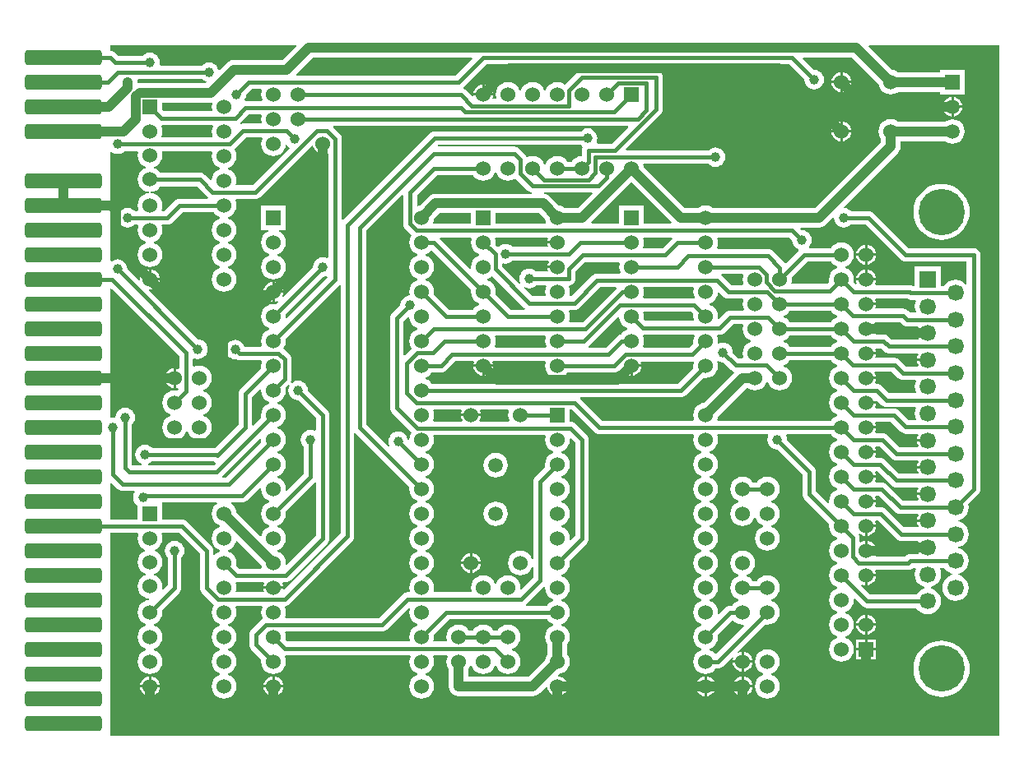
<source format=gbl>
G04 Layer_Physical_Order=2*
G04 Layer_Color=16711680*
%FSLAX25Y25*%
%MOIN*%
G70*
G01*
G75*
G04:AMPARAMS|DCode=10|XSize=61.81mil|YSize=314.96mil|CornerRadius=15.45mil|HoleSize=0mil|Usage=FLASHONLY|Rotation=90.000|XOffset=0mil|YOffset=0mil|HoleType=Round|Shape=RoundedRectangle|*
%AMROUNDEDRECTD10*
21,1,0.06181,0.28406,0,0,90.0*
21,1,0.03091,0.31496,0,0,90.0*
1,1,0.03091,0.14203,0.01545*
1,1,0.03091,0.14203,-0.01545*
1,1,0.03091,-0.14203,-0.01545*
1,1,0.03091,-0.14203,0.01545*
%
%ADD10ROUNDEDRECTD10*%
%ADD11C,0.01575*%
%ADD12C,0.03937*%
%ADD13C,0.06000*%
%ADD14R,0.06000X0.06000*%
%ADD15C,0.05906*%
%ADD16R,0.05906X0.05906*%
%ADD17R,0.06000X0.06000*%
%ADD18C,0.18740*%
%ADD19R,0.06654X0.06654*%
%ADD20C,0.06654*%
%ADD21C,0.03937*%
G36*
X156041Y174603D02*
X156159Y173703D01*
X156660Y172494D01*
X157457Y171457D01*
X158494Y170660D01*
X159435Y170271D01*
Y169729D01*
X158494Y169340D01*
X157457Y168544D01*
X156660Y167506D01*
X156159Y166297D01*
X155989Y165000D01*
X156159Y163703D01*
X156660Y162494D01*
X157009Y162040D01*
X154242Y159273D01*
X153780Y159464D01*
Y173049D01*
X155513Y174782D01*
X156041Y174603D01*
D02*
G37*
G36*
X291204Y171405D02*
X291160Y171297D01*
X290989Y170000D01*
X291160Y168703D01*
X291660Y167494D01*
X292457Y166456D01*
X293494Y165660D01*
X294435Y165271D01*
Y164729D01*
X293494Y164340D01*
X292457Y163544D01*
X291660Y162506D01*
X291160Y161297D01*
X290989Y160000D01*
X291160Y158703D01*
X291246Y158495D01*
X290968Y158080D01*
X289352D01*
X287066Y160365D01*
X287071Y160400D01*
X286936Y161428D01*
X286539Y162386D01*
X285908Y163208D01*
X285086Y163839D01*
X284128Y164236D01*
X283100Y164371D01*
X282072Y164236D01*
X281377Y163948D01*
X280919Y164297D01*
X281012Y165000D01*
X280841Y166297D01*
X280500Y167120D01*
X280834Y167620D01*
X281800D01*
X282520Y167715D01*
X283190Y167993D01*
X283766Y168435D01*
X287152Y171820D01*
X290926D01*
X291204Y171405D01*
D02*
G37*
G36*
X348210Y160859D02*
X348785Y160418D01*
X349456Y160140D01*
X350175Y160045D01*
X362019D01*
X362240Y159597D01*
X362221Y159572D01*
X361785Y158519D01*
X361702Y157890D01*
X366000D01*
Y156890D01*
X361702D01*
X361785Y156260D01*
X362221Y155208D01*
X362240Y155183D01*
X362019Y154734D01*
X357197D01*
X354566Y157366D01*
X353990Y157807D01*
X353320Y158085D01*
X352600Y158180D01*
X345026D01*
X344748Y158596D01*
X344897Y158956D01*
X344969Y159500D01*
X341000D01*
Y160500D01*
X344969D01*
X344897Y161044D01*
X344658Y161620D01*
X344993Y162120D01*
X346949D01*
X348210Y160859D01*
D02*
G37*
G36*
X241041Y174603D02*
X241160Y173703D01*
X241660Y172494D01*
X242457Y171457D01*
X243494Y170660D01*
X244435Y170271D01*
Y169729D01*
X243494Y169340D01*
X242457Y168544D01*
X241842Y167742D01*
X241407Y167685D01*
X240736Y167407D01*
X240161Y166966D01*
X235575Y162380D01*
X228734D01*
X228564Y162880D01*
X228766Y163035D01*
X240513Y174782D01*
X241041Y174603D01*
D02*
G37*
G36*
X211370Y166805D02*
X211159Y166297D01*
X210989Y165000D01*
X211159Y163703D01*
X211501Y162880D01*
X211166Y162380D01*
X190834D01*
X190500Y162880D01*
X190841Y163703D01*
X191012Y165000D01*
X190841Y166297D01*
X190630Y166805D01*
X190908Y167220D01*
X211092D01*
X211370Y166805D01*
D02*
G37*
G36*
X271500Y167120D02*
X271160Y166297D01*
X270989Y165000D01*
X271114Y164046D01*
X269424Y162355D01*
X250823D01*
X250489Y162855D01*
X250841Y163703D01*
X251011Y165000D01*
X250841Y166297D01*
X250496Y167130D01*
X250514Y167215D01*
X250834Y167620D01*
X271166D01*
X271500Y167120D01*
D02*
G37*
G36*
X354080Y149989D02*
X354656Y149547D01*
X355326Y149270D01*
X356046Y149175D01*
X360918D01*
X361196Y148759D01*
X360841Y147902D01*
X360659Y146520D01*
X360841Y145137D01*
X361196Y144280D01*
X360918Y143864D01*
X350367D01*
X347266Y146966D01*
X346690Y147407D01*
X346020Y147685D01*
X345300Y147780D01*
X344944D01*
X344617Y148280D01*
X344897Y148956D01*
X344969Y149500D01*
X341000D01*
Y150500D01*
X344969D01*
X344897Y151044D01*
X344494Y152017D01*
X344375Y152172D01*
X344597Y152620D01*
X351449D01*
X354080Y149989D01*
D02*
G37*
G36*
X196370Y136805D02*
X196160Y136297D01*
X195989Y135000D01*
X196160Y133703D01*
X196501Y132880D01*
X196166Y132380D01*
X184597D01*
X184376Y132828D01*
X184494Y132983D01*
X184897Y133956D01*
X184969Y134500D01*
X177031D01*
X177103Y133956D01*
X177506Y132983D01*
X177625Y132828D01*
X177404Y132380D01*
X165834D01*
X165500Y132880D01*
X165841Y133703D01*
X166012Y135000D01*
X165841Y136297D01*
X165630Y136805D01*
X165908Y137220D01*
X177056D01*
X177383Y136720D01*
X177103Y136044D01*
X177031Y135500D01*
X184969D01*
X184897Y136044D01*
X184617Y136720D01*
X184944Y137220D01*
X196092D01*
X196370Y136805D01*
D02*
G37*
G36*
X347250Y139119D02*
X347826Y138677D01*
X348496Y138400D01*
X349216Y138305D01*
X360918D01*
X361196Y137889D01*
X360841Y137032D01*
X360659Y135650D01*
X360841Y134267D01*
X361196Y133410D01*
X360918Y132994D01*
X358137D01*
X354166Y136966D01*
X353590Y137407D01*
X352920Y137685D01*
X352200Y137780D01*
X344944D01*
X344617Y138280D01*
X344897Y138956D01*
X344969Y139500D01*
X341000D01*
Y140500D01*
X344969D01*
X344939Y140723D01*
X345413Y140956D01*
X347250Y139119D01*
D02*
G37*
G36*
X271191Y156372D02*
X271160Y156297D01*
X270989Y155000D01*
X271114Y154045D01*
X264849Y147780D01*
X165130D01*
X164544Y148544D01*
X163506Y149340D01*
X162566Y149730D01*
Y150271D01*
X163506Y150660D01*
X164544Y151456D01*
X165130Y152220D01*
X168868D01*
X169587Y152315D01*
X170258Y152593D01*
X170833Y153035D01*
X174619Y156820D01*
X181974D01*
X182252Y156405D01*
X182103Y156044D01*
X182031Y155500D01*
X189969D01*
X189897Y156044D01*
X189748Y156405D01*
X190026Y156820D01*
X210926D01*
X211204Y156405D01*
X211159Y156297D01*
X210989Y155000D01*
X211159Y153703D01*
X211660Y152494D01*
X212456Y151456D01*
X213494Y150660D01*
X214703Y150160D01*
X216000Y149989D01*
X217297Y150160D01*
X218506Y150660D01*
X219544Y151456D01*
X220130Y152220D01*
X238925D01*
X239645Y152315D01*
X240315Y152593D01*
X240891Y153035D01*
X241641Y153785D01*
X242225Y153662D01*
X242506Y152983D01*
X243147Y152147D01*
X243983Y151506D01*
X244956Y151103D01*
X245500Y151031D01*
Y155000D01*
X246000D01*
Y155500D01*
X249969D01*
X249897Y156044D01*
X249758Y156379D01*
X250036Y156795D01*
X270575D01*
X270839Y156830D01*
X271191Y156372D01*
D02*
G37*
G36*
X281115Y156961D02*
X282072Y156564D01*
X283100Y156429D01*
X283135Y156434D01*
X286235Y153335D01*
X286810Y152893D01*
X287347Y152670D01*
X287537Y152153D01*
X275304Y139920D01*
X274703Y139841D01*
X273494Y139340D01*
X272457Y138544D01*
X271660Y137506D01*
X271160Y136297D01*
X270989Y135000D01*
X271160Y133703D01*
X271370Y133195D01*
X271092Y132780D01*
X234152D01*
X225211Y141720D01*
X225418Y142220D01*
X266000D01*
X266720Y142315D01*
X267390Y142593D01*
X267966Y143035D01*
X275045Y150114D01*
X276000Y149989D01*
X277297Y150160D01*
X278506Y150660D01*
X279544Y151456D01*
X280340Y152494D01*
X280841Y153703D01*
X281012Y155000D01*
X280841Y156297D01*
X280693Y156655D01*
X281103Y156970D01*
X281115Y156961D01*
D02*
G37*
G36*
X327456Y156456D02*
X328494Y155660D01*
X329435Y155271D01*
Y154729D01*
X328494Y154340D01*
X327456Y153544D01*
X326660Y152506D01*
X326160Y151297D01*
X325989Y150000D01*
X326160Y148703D01*
X326660Y147494D01*
X327456Y146457D01*
X328494Y145660D01*
X329435Y145271D01*
Y144729D01*
X328494Y144340D01*
X327456Y143544D01*
X326660Y142506D01*
X326160Y141297D01*
X325989Y140000D01*
X326160Y138703D01*
X326660Y137494D01*
X327456Y136457D01*
X328494Y135660D01*
X329435Y135271D01*
Y134730D01*
X328494Y134340D01*
X327456Y133544D01*
X326870Y132780D01*
X280908D01*
X280630Y133195D01*
X280841Y133703D01*
X280920Y134304D01*
X292645Y146029D01*
X293014D01*
X293494Y145660D01*
X294703Y145159D01*
X296000Y144989D01*
X297297Y145159D01*
X298506Y145660D01*
X299544Y146457D01*
X300340Y147494D01*
X300729Y148435D01*
X301271D01*
X301660Y147494D01*
X302456Y146457D01*
X303494Y145660D01*
X304703Y145159D01*
X306000Y144989D01*
X307297Y145159D01*
X308506Y145660D01*
X309544Y146457D01*
X310340Y147494D01*
X310841Y148703D01*
X311012Y150000D01*
X310841Y151297D01*
X310340Y152506D01*
X309544Y153544D01*
X308506Y154340D01*
X307566Y154729D01*
Y155271D01*
X308506Y155660D01*
X309544Y156456D01*
X310130Y157220D01*
X326870D01*
X327456Y156456D01*
D02*
G37*
G36*
Y166456D02*
X328494Y165660D01*
X329435Y165271D01*
Y164729D01*
X328494Y164340D01*
X327456Y163544D01*
X326870Y162780D01*
X310130D01*
X309544Y163544D01*
X308506Y164340D01*
X307566Y164729D01*
Y165271D01*
X308506Y165660D01*
X309544Y166456D01*
X310130Y167220D01*
X326870D01*
X327456Y166456D01*
D02*
G37*
G36*
X271204Y186405D02*
X271160Y186297D01*
X270989Y185000D01*
X271160Y183703D01*
X271504Y182870D01*
X271486Y182785D01*
X271166Y182380D01*
X250834D01*
X250500Y182880D01*
X250841Y183703D01*
X251011Y185000D01*
X250841Y186297D01*
X250796Y186405D01*
X251074Y186820D01*
X270926D01*
X271204Y186405D01*
D02*
G37*
G36*
X202676Y178460D02*
X202910Y178280D01*
X202740Y177780D01*
X197152D01*
X190886Y184046D01*
X191012Y185000D01*
X190841Y186297D01*
X190340Y187506D01*
X189544Y188544D01*
X188506Y189340D01*
X187566Y189729D01*
Y190271D01*
X188506Y190660D01*
X189544Y191456D01*
X189671Y191465D01*
X202676Y178460D01*
D02*
G37*
G36*
X181114Y185955D02*
X180989Y185000D01*
X181159Y183703D01*
X181660Y182494D01*
X182457Y181456D01*
X183494Y180660D01*
X184435Y180271D01*
Y179729D01*
X183494Y179340D01*
X182457Y178544D01*
X181870Y177780D01*
X172152D01*
X165886Y184046D01*
X166012Y185000D01*
X165841Y186297D01*
X165340Y187506D01*
X164544Y188544D01*
X163506Y189340D01*
X162566Y189729D01*
Y190271D01*
X163506Y190660D01*
X164544Y191456D01*
X165340Y192494D01*
X165841Y193703D01*
X166012Y195000D01*
X165841Y196297D01*
X165340Y197506D01*
X164544Y198544D01*
X163506Y199340D01*
X162566Y199730D01*
Y200271D01*
X163506Y200660D01*
X164544Y201456D01*
X164777Y201761D01*
X165276Y201793D01*
X181114Y185955D01*
D02*
G37*
G36*
X291370Y191805D02*
X291160Y191297D01*
X290989Y190000D01*
X291160Y188703D01*
X291370Y188196D01*
X291092Y187780D01*
X286326D01*
X282540Y191566D01*
X282339Y191720D01*
X282508Y192220D01*
X291092D01*
X291370Y191805D01*
D02*
G37*
G36*
X211511Y187146D02*
X211159Y186297D01*
X210989Y185000D01*
X211159Y183703D01*
X211194Y183621D01*
X210916Y183205D01*
X205792D01*
X202508Y186489D01*
X202792Y186913D01*
X203572Y186590D01*
X204600Y186454D01*
X205628Y186590D01*
X206586Y186986D01*
X207408Y187617D01*
X207430Y187646D01*
X211177D01*
X211511Y187146D01*
D02*
G37*
G36*
X241328Y196705D02*
X241160Y196297D01*
X240989Y195000D01*
X241160Y193703D01*
X241500Y192880D01*
X241166Y192380D01*
X232112D01*
X231393Y192285D01*
X230722Y192007D01*
X230146Y191566D01*
X221786Y183205D01*
X221084D01*
X220807Y183621D01*
X220841Y183703D01*
X221011Y185000D01*
X220841Y186297D01*
X220489Y187146D01*
X220518Y187275D01*
X220812Y187673D01*
X221320Y187740D01*
X221990Y188018D01*
X222566Y188460D01*
X223007Y189035D01*
X223285Y189706D01*
X223380Y190425D01*
Y193149D01*
X227351Y197120D01*
X241051D01*
X241328Y196705D01*
D02*
G37*
G36*
X327456Y176456D02*
X328494Y175660D01*
X329435Y175271D01*
Y174730D01*
X328494Y174340D01*
X327456Y173544D01*
X326870Y172780D01*
X310130D01*
X309544Y173544D01*
X308506Y174340D01*
X307566Y174730D01*
Y175271D01*
X308506Y175660D01*
X309544Y176456D01*
X310130Y177220D01*
X326870D01*
X327456Y176456D01*
D02*
G37*
G36*
X239827Y186358D02*
X226249Y172780D01*
X220908D01*
X220631Y173196D01*
X220841Y173703D01*
X221011Y175000D01*
X220841Y176297D01*
X220489Y177146D01*
X220823Y177646D01*
X222937D01*
X223657Y177740D01*
X224327Y178018D01*
X224903Y178460D01*
X233263Y186820D01*
X239636D01*
X239827Y186358D01*
D02*
G37*
G36*
X355740Y171729D02*
X356315Y171288D01*
X356986Y171010D01*
X357705Y170915D01*
X362019D01*
X362240Y170467D01*
X362221Y170442D01*
X361785Y169389D01*
X361702Y168760D01*
X366000D01*
Y167760D01*
X361702D01*
X361785Y167130D01*
X362221Y166078D01*
X362240Y166053D01*
X362019Y165605D01*
X351327D01*
X350066Y166866D01*
X349490Y167307D01*
X348819Y167585D01*
X348100Y167680D01*
X344844D01*
X344576Y168180D01*
X344897Y168956D01*
X344969Y169500D01*
X341000D01*
Y170500D01*
X344969D01*
X344897Y171044D01*
X344494Y172017D01*
X344375Y172172D01*
X344597Y172620D01*
X354849D01*
X355740Y171729D01*
D02*
G37*
G36*
X357545Y182158D02*
X358216Y181880D01*
X358935Y181785D01*
X360918D01*
X361196Y181370D01*
X360841Y180512D01*
X360659Y179130D01*
X360841Y177748D01*
X361196Y176890D01*
X360918Y176475D01*
X358857D01*
X357966Y177366D01*
X357390Y177807D01*
X356719Y178085D01*
X356000Y178180D01*
X345026D01*
X344748Y178595D01*
X344897Y178956D01*
X344969Y179500D01*
X341000D01*
Y180500D01*
X344969D01*
X344897Y181044D01*
X344617Y181720D01*
X344944Y182220D01*
X357464D01*
X357545Y182158D01*
D02*
G37*
G36*
X283209Y183035D02*
X283785Y182593D01*
X284455Y182315D01*
X285175Y182220D01*
X291092D01*
X291370Y181805D01*
X291160Y181297D01*
X290989Y180000D01*
X291160Y178703D01*
X291500Y177880D01*
X291166Y177380D01*
X286000D01*
X285281Y177285D01*
X284610Y177007D01*
X284035Y176566D01*
X281371Y173902D01*
X280898Y174136D01*
X281012Y175000D01*
X280841Y176297D01*
X280340Y177506D01*
X279544Y178544D01*
X278506Y179340D01*
X277566Y179729D01*
Y180271D01*
X278506Y180660D01*
X279544Y181456D01*
X280340Y182494D01*
X280841Y183703D01*
X280956Y184581D01*
X281484Y184760D01*
X283209Y183035D01*
D02*
G37*
G36*
X271114Y175955D02*
X270989Y175000D01*
X271160Y173703D01*
X271204Y173595D01*
X270926Y173180D01*
X251751D01*
X250886Y174046D01*
X251011Y175000D01*
X250841Y176297D01*
X250796Y176405D01*
X251074Y176820D01*
X270249D01*
X271114Y175955D01*
D02*
G37*
G36*
X118220Y107582D02*
Y86151D01*
X106401Y74332D01*
X105953Y74553D01*
X106011Y75000D01*
X105841Y76297D01*
X105340Y77506D01*
X104544Y78544D01*
X103506Y79340D01*
X102566Y79729D01*
Y80271D01*
X103506Y80660D01*
X104544Y81457D01*
X105340Y82494D01*
X105841Y83703D01*
X106011Y85000D01*
X105841Y86297D01*
X105340Y87506D01*
X104544Y88544D01*
X103506Y89340D01*
X102566Y89729D01*
Y90271D01*
X103506Y90660D01*
X104544Y91457D01*
X105340Y92494D01*
X105841Y93703D01*
X106011Y95000D01*
X105886Y95955D01*
X117720Y107789D01*
X118220Y107582D01*
D02*
G37*
G36*
X96080Y74304D02*
X96159Y73703D01*
X96370Y73195D01*
X96092Y72780D01*
X87151D01*
X85886Y74045D01*
X86011Y75000D01*
X85841Y76297D01*
X85340Y77506D01*
X84544Y78544D01*
X83506Y79340D01*
X82566Y79729D01*
Y80271D01*
X83506Y80660D01*
X84544Y81457D01*
X85340Y82494D01*
X85841Y83703D01*
X85865Y83886D01*
X86338Y84046D01*
X96080Y74304D01*
D02*
G37*
G36*
X361196Y72669D02*
X360841Y71811D01*
X360659Y70429D01*
X360841Y69047D01*
X361375Y67759D01*
X362224Y66653D01*
X363330Y65804D01*
X364618Y65270D01*
X364799Y65246D01*
Y64742D01*
X364618Y64718D01*
X363330Y64184D01*
X362224Y63336D01*
X361458Y62339D01*
X342593D01*
X338955Y65977D01*
X339238Y66400D01*
X339956Y66103D01*
X340500Y66031D01*
Y70000D01*
X341000D01*
Y70500D01*
X344969D01*
X344897Y71044D01*
X344617Y71720D01*
X344944Y72220D01*
X358100D01*
X358820Y72315D01*
X359490Y72593D01*
X360066Y73035D01*
X360116Y73085D01*
X360918D01*
X361196Y72669D01*
D02*
G37*
G36*
X223220Y123849D02*
Y86151D01*
X221401Y84332D01*
X220953Y84553D01*
X221011Y85000D01*
X220841Y86297D01*
X220340Y87506D01*
X219544Y88544D01*
X218506Y89340D01*
X217566Y89729D01*
Y90271D01*
X218506Y90660D01*
X219544Y91457D01*
X220340Y92494D01*
X220841Y93703D01*
X221011Y95000D01*
X220841Y96297D01*
X220340Y97506D01*
X219544Y98544D01*
X218506Y99340D01*
X217566Y99730D01*
Y100271D01*
X218506Y100660D01*
X219544Y101456D01*
X220340Y102494D01*
X220841Y103703D01*
X221011Y105000D01*
X220841Y106297D01*
X220340Y107506D01*
X219544Y108544D01*
X218506Y109340D01*
X217566Y109730D01*
Y110271D01*
X218506Y110660D01*
X219544Y111457D01*
X220340Y112494D01*
X220841Y113703D01*
X221011Y115000D01*
X220841Y116297D01*
X220340Y117506D01*
X219544Y118544D01*
X218506Y119340D01*
X217566Y119729D01*
Y120271D01*
X218506Y120660D01*
X219544Y121457D01*
X220340Y122494D01*
X220841Y123703D01*
X221011Y125000D01*
X220953Y125447D01*
X221401Y125668D01*
X223220Y123849D01*
D02*
G37*
G36*
X78159Y99083D02*
X77456Y98544D01*
X76660Y97506D01*
X76160Y96297D01*
X75989Y95000D01*
X76160Y93703D01*
X76660Y92494D01*
X77456Y91457D01*
X78494Y90660D01*
X79435Y90271D01*
Y89729D01*
X78494Y89340D01*
X77456Y88544D01*
X76660Y87506D01*
X76160Y86297D01*
X75989Y85000D01*
X76160Y83703D01*
X76660Y82494D01*
X77456Y81457D01*
X78494Y80660D01*
X79435Y80271D01*
Y79729D01*
X78494Y79340D01*
X77456Y78544D01*
X77253Y78279D01*
X76780Y78439D01*
Y80000D01*
X76685Y80720D01*
X76407Y81390D01*
X75966Y81966D01*
X65966Y91966D01*
X65390Y92407D01*
X64719Y92685D01*
X64000Y92780D01*
X55969D01*
Y99583D01*
X77989D01*
X78159Y99083D01*
D02*
G37*
G36*
X211204Y126405D02*
X211159Y126297D01*
X210989Y125000D01*
X211159Y123703D01*
X211660Y122494D01*
X212456Y121457D01*
X213494Y120660D01*
X214435Y120271D01*
Y119729D01*
X213494Y119340D01*
X212456Y118544D01*
X211660Y117506D01*
X211159Y116297D01*
X210989Y115000D01*
X211114Y114046D01*
X207034Y109966D01*
X206593Y109390D01*
X206315Y108720D01*
X206220Y108000D01*
Y76687D01*
X205720Y76588D01*
X205340Y77506D01*
X204544Y78544D01*
X203506Y79340D01*
X202297Y79841D01*
X201000Y80011D01*
X199703Y79841D01*
X198494Y79340D01*
X197457Y78544D01*
X196660Y77506D01*
X196160Y76297D01*
X195989Y75000D01*
X196160Y73703D01*
X196660Y72494D01*
X197457Y71456D01*
X198494Y70660D01*
X199703Y70160D01*
X201000Y69989D01*
X202297Y70160D01*
X203506Y70660D01*
X204544Y71456D01*
X205340Y72494D01*
X205720Y73413D01*
X206220Y73313D01*
Y69151D01*
X201401Y64332D01*
X200953Y64553D01*
X201011Y65000D01*
X200841Y66297D01*
X200340Y67506D01*
X199544Y68544D01*
X198506Y69340D01*
X197297Y69841D01*
X196000Y70012D01*
X194703Y69841D01*
X193494Y69340D01*
X192456Y68544D01*
X191660Y67506D01*
X191271Y66566D01*
X190729D01*
X190340Y67506D01*
X189544Y68544D01*
X188506Y69340D01*
X187297Y69841D01*
X186000Y70012D01*
X184703Y69841D01*
X183494Y69340D01*
X182457Y68544D01*
X181660Y67506D01*
X181159Y66297D01*
X180989Y65000D01*
X181159Y63703D01*
X181194Y63621D01*
X180916Y63205D01*
X166084D01*
X165807Y63621D01*
X165841Y63703D01*
X166012Y65000D01*
X165841Y66297D01*
X165340Y67506D01*
X164544Y68544D01*
X163506Y69340D01*
X162566Y69730D01*
Y70271D01*
X163506Y70660D01*
X164544Y71456D01*
X165340Y72494D01*
X165841Y73703D01*
X166012Y75000D01*
X165841Y76297D01*
X165340Y77506D01*
X164544Y78544D01*
X163506Y79340D01*
X162566Y79729D01*
Y80271D01*
X163506Y80660D01*
X164544Y81457D01*
X165340Y82494D01*
X165841Y83703D01*
X166012Y85000D01*
X165841Y86297D01*
X165340Y87506D01*
X164544Y88544D01*
X163506Y89340D01*
X162566Y89729D01*
Y90271D01*
X163506Y90660D01*
X164544Y91457D01*
X165340Y92494D01*
X165841Y93703D01*
X166012Y95000D01*
X165841Y96297D01*
X165340Y97506D01*
X164544Y98544D01*
X163506Y99340D01*
X162566Y99730D01*
Y100271D01*
X163506Y100660D01*
X164544Y101456D01*
X165340Y102494D01*
X165841Y103703D01*
X166012Y105000D01*
X165841Y106297D01*
X165340Y107506D01*
X164544Y108544D01*
X163506Y109340D01*
X162566Y109730D01*
Y110271D01*
X163506Y110660D01*
X164544Y111457D01*
X165340Y112494D01*
X165841Y113703D01*
X166012Y115000D01*
X165841Y116297D01*
X165340Y117506D01*
X164544Y118544D01*
X163506Y119340D01*
X162566Y119729D01*
Y120271D01*
X163506Y120660D01*
X164544Y121457D01*
X165340Y122494D01*
X165841Y123703D01*
X166012Y125000D01*
X165841Y126297D01*
X165796Y126405D01*
X166074Y126820D01*
X210926D01*
X211204Y126405D01*
D02*
G37*
G36*
X156318Y56680D02*
X156159Y56297D01*
X155989Y55000D01*
X156159Y53703D01*
X156660Y52494D01*
X157457Y51456D01*
X158494Y50660D01*
X159435Y50271D01*
Y49729D01*
X158494Y49340D01*
X157457Y48544D01*
X156660Y47506D01*
X156159Y46297D01*
X155989Y45000D01*
X156159Y43703D01*
X156204Y43595D01*
X155926Y43180D01*
X106752D01*
X105886Y44045D01*
X106011Y45000D01*
X105841Y46297D01*
X105631Y46805D01*
X105908Y47220D01*
X145000D01*
X145720Y47315D01*
X146390Y47593D01*
X146966Y48035D01*
X155894Y56963D01*
X156318Y56680D01*
D02*
G37*
G36*
X287223Y51761D02*
X287456Y51456D01*
X288494Y50660D01*
X289703Y50160D01*
X291000Y49989D01*
X291447Y50048D01*
X291668Y49599D01*
X280276Y38207D01*
X279777Y38240D01*
X279544Y38544D01*
X278506Y39340D01*
X277566Y39729D01*
Y40271D01*
X278506Y40660D01*
X279544Y41456D01*
X280340Y42494D01*
X280841Y43703D01*
X281012Y45000D01*
X280886Y45955D01*
X286724Y51793D01*
X287223Y51761D01*
D02*
G37*
G36*
X212456Y51456D02*
X213494Y50660D01*
X214435Y50271D01*
Y49729D01*
X213494Y49340D01*
X212456Y48544D01*
X211660Y47506D01*
X211159Y46297D01*
X210989Y45000D01*
X211159Y43703D01*
X211660Y42494D01*
X212029Y42013D01*
Y37987D01*
X211660Y37506D01*
X211159Y36297D01*
X211080Y35696D01*
X204355Y28971D01*
X179971D01*
Y32013D01*
X180340Y32494D01*
X180729Y33435D01*
X181271D01*
X181660Y32494D01*
X182457Y31457D01*
X183494Y30660D01*
X184703Y30160D01*
X186000Y29989D01*
X187297Y30160D01*
X188506Y30660D01*
X189544Y31457D01*
X190340Y32494D01*
X190729Y33435D01*
X191271D01*
X191660Y32494D01*
X192456Y31457D01*
X193494Y30660D01*
X194703Y30160D01*
X196000Y29989D01*
X197297Y30160D01*
X198506Y30660D01*
X199544Y31457D01*
X200340Y32494D01*
X200841Y33703D01*
X201011Y35000D01*
X200841Y36297D01*
X200340Y37506D01*
X199544Y38544D01*
X198506Y39340D01*
X197566Y39729D01*
Y40271D01*
X198506Y40660D01*
X199544Y41456D01*
X200340Y42494D01*
X200841Y43703D01*
X201011Y45000D01*
X200841Y46297D01*
X200340Y47506D01*
X199544Y48544D01*
X198506Y49340D01*
X197297Y49841D01*
X196000Y50011D01*
X194703Y49841D01*
X193494Y49340D01*
X192456Y48544D01*
X191870Y47780D01*
X190130D01*
X189544Y48544D01*
X188506Y49340D01*
X187297Y49841D01*
X186000Y50011D01*
X184703Y49841D01*
X183494Y49340D01*
X182457Y48544D01*
X181870Y47780D01*
X180130D01*
X179544Y48544D01*
X178506Y49340D01*
X177297Y49841D01*
X176000Y50011D01*
X174703Y49841D01*
X173494Y49340D01*
X172457Y48544D01*
X171660Y47506D01*
X171160Y46297D01*
X170989Y45000D01*
X171160Y43703D01*
X171204Y43595D01*
X170926Y43180D01*
X166074D01*
X165796Y43595D01*
X165841Y43703D01*
X166012Y45000D01*
X165886Y45955D01*
X172152Y52220D01*
X211870D01*
X212456Y51456D01*
D02*
G37*
G36*
X128220Y187582D02*
Y86951D01*
X105428Y64159D01*
X104955Y64393D01*
X104969Y64500D01*
X97031D01*
X97103Y63956D01*
X97252Y63595D01*
X96974Y63180D01*
X86074D01*
X85796Y63595D01*
X85841Y63703D01*
X86011Y65000D01*
X85841Y66297D01*
X85618Y66834D01*
X85923Y67231D01*
X86000Y67220D01*
X97056D01*
X97383Y66720D01*
X97103Y66044D01*
X97031Y65500D01*
X104969D01*
X104897Y66044D01*
X104617Y66720D01*
X104944Y67220D01*
X106000D01*
X106720Y67315D01*
X107390Y67593D01*
X107966Y68034D01*
X122966Y83034D01*
X123407Y83610D01*
X123685Y84281D01*
X123780Y85000D01*
Y135000D01*
X123685Y135720D01*
X123407Y136390D01*
X122966Y136966D01*
X114966Y144965D01*
X114971Y145000D01*
X114836Y146028D01*
X114439Y146985D01*
X113808Y147808D01*
X112986Y148439D01*
X112028Y148836D01*
X111000Y148971D01*
X109972Y148836D01*
X109015Y148439D01*
X108470Y148021D01*
X108060Y148337D01*
X108285Y148881D01*
X108380Y149600D01*
Y157500D01*
X108285Y158220D01*
X108007Y158890D01*
X107566Y159466D01*
X105066Y161966D01*
X105046Y162112D01*
X105340Y162494D01*
X105841Y163703D01*
X106011Y165000D01*
X105886Y165955D01*
X127720Y187789D01*
X128220Y187582D01*
D02*
G37*
G36*
X211042Y65404D02*
X210989Y65000D01*
X211159Y63703D01*
X211660Y62494D01*
X212456Y61457D01*
X213494Y60660D01*
X214435Y60271D01*
Y59729D01*
X213494Y59340D01*
X212456Y58544D01*
X211870Y57780D01*
X203326D01*
X203156Y58280D01*
X203391Y58460D01*
X210568Y65637D01*
X211042Y65404D01*
D02*
G37*
G36*
X156114Y105955D02*
X155989Y105000D01*
X156159Y103703D01*
X156660Y102494D01*
X157457Y101456D01*
X158494Y100660D01*
X159435Y100271D01*
Y99730D01*
X158494Y99340D01*
X157457Y98544D01*
X156660Y97506D01*
X156159Y96297D01*
X155989Y95000D01*
X156159Y93703D01*
X156660Y92494D01*
X157457Y91457D01*
X158494Y90660D01*
X159435Y90271D01*
Y89729D01*
X158494Y89340D01*
X157457Y88544D01*
X156660Y87506D01*
X156159Y86297D01*
X155989Y85000D01*
X156159Y83703D01*
X156660Y82494D01*
X157457Y81457D01*
X158494Y80660D01*
X159435Y80271D01*
Y79729D01*
X158494Y79340D01*
X157457Y78544D01*
X156660Y77506D01*
X156159Y76297D01*
X155989Y75000D01*
X156159Y73703D01*
X156660Y72494D01*
X157457Y71456D01*
X158494Y70660D01*
X159435Y70271D01*
Y69730D01*
X158494Y69340D01*
X157457Y68544D01*
X156660Y67506D01*
X156159Y66297D01*
X155989Y65000D01*
X156159Y63703D01*
X156194Y63621D01*
X155916Y63205D01*
X155425D01*
X154706Y63110D01*
X154035Y62833D01*
X153460Y62391D01*
X143849Y52780D01*
X105908D01*
X105631Y53196D01*
X105841Y53703D01*
X106011Y55000D01*
X105841Y56297D01*
X105500Y57120D01*
X105524Y57239D01*
X105822Y57650D01*
X106319Y57715D01*
X106990Y57993D01*
X107566Y58435D01*
X132966Y83834D01*
X133407Y84410D01*
X133685Y85081D01*
X133780Y85800D01*
Y127582D01*
X134280Y127789D01*
X156114Y105955D01*
D02*
G37*
G36*
X96048Y105447D02*
X95989Y105000D01*
X96159Y103703D01*
X96660Y102494D01*
X97457Y101456D01*
X98494Y100660D01*
X99435Y100271D01*
Y99730D01*
X98494Y99340D01*
X97457Y98544D01*
X96660Y97506D01*
X96159Y96297D01*
X95989Y95000D01*
X96159Y93703D01*
X96660Y92494D01*
X97457Y91457D01*
X98494Y90660D01*
X99435Y90271D01*
Y89729D01*
X98494Y89340D01*
X97457Y88544D01*
X96660Y87506D01*
X96159Y86297D01*
X96135Y86115D01*
X95662Y85954D01*
X85920Y95696D01*
X85841Y96297D01*
X85340Y97506D01*
X84544Y98544D01*
X83841Y99083D01*
X84011Y99583D01*
X88362D01*
X89082Y99677D01*
X89752Y99955D01*
X90328Y100397D01*
X95599Y105668D01*
X96048Y105447D01*
D02*
G37*
G36*
X355020Y128249D02*
X355596Y127807D01*
X356266Y127530D01*
X356985Y127435D01*
X362019D01*
X362240Y126987D01*
X362221Y126962D01*
X361785Y125909D01*
X361702Y125279D01*
X366000D01*
Y124279D01*
X361702D01*
X361785Y123650D01*
X362221Y122597D01*
X362240Y122573D01*
X362019Y122124D01*
X354507D01*
X349666Y126966D01*
X349090Y127407D01*
X348419Y127685D01*
X347700Y127780D01*
X344944D01*
X344617Y128280D01*
X344897Y128956D01*
X344969Y129500D01*
X341000D01*
Y130500D01*
X344969D01*
X344897Y131044D01*
X344617Y131720D01*
X344944Y132220D01*
X351049D01*
X355020Y128249D01*
D02*
G37*
G36*
X76810Y116193D02*
X77337Y115975D01*
X77522Y115453D01*
X76849Y114780D01*
X50406D01*
X50306Y115280D01*
X50985Y115561D01*
X51808Y116192D01*
X51830Y116220D01*
X76774D01*
X76810Y116193D01*
D02*
G37*
G36*
X351390Y117379D02*
X351966Y116937D01*
X352636Y116659D01*
X353356Y116565D01*
X362019D01*
X362240Y116116D01*
X362221Y116092D01*
X361785Y115039D01*
X361702Y114409D01*
X366000D01*
Y113409D01*
X361702D01*
X361785Y112780D01*
X362221Y111727D01*
X362240Y111703D01*
X362019Y111254D01*
X354426D01*
X348714Y116966D01*
X348139Y117407D01*
X347468Y117685D01*
X346749Y117780D01*
X344944D01*
X344617Y118280D01*
X344897Y118956D01*
X344969Y119500D01*
X341000D01*
Y120500D01*
X344969D01*
X344897Y121044D01*
X344617Y121720D01*
X344944Y122220D01*
X346549D01*
X351390Y117379D01*
D02*
G37*
G36*
X96048Y145447D02*
X95989Y145000D01*
X96159Y143703D01*
X96660Y142494D01*
X97457Y141456D01*
X98494Y140660D01*
X99435Y140271D01*
Y139729D01*
X98494Y139340D01*
X97457Y138544D01*
X96660Y137506D01*
X96159Y136297D01*
X95989Y135000D01*
X96114Y134046D01*
X92842Y130773D01*
X92380Y130964D01*
Y142449D01*
X95599Y145668D01*
X96048Y145447D01*
D02*
G37*
G36*
X107517Y146879D02*
X107164Y146028D01*
X107029Y145000D01*
X107164Y143972D01*
X107561Y143015D01*
X108192Y142192D01*
X109015Y141561D01*
X109972Y141164D01*
X111000Y141029D01*
X111035Y141034D01*
X118220Y133849D01*
Y128858D01*
X117720Y128549D01*
X117028Y128836D01*
X116000Y128971D01*
X114972Y128836D01*
X114015Y128439D01*
X113192Y127808D01*
X112561Y126986D01*
X112164Y126028D01*
X112029Y125000D01*
X112164Y123972D01*
X112561Y123015D01*
X113192Y122192D01*
X113220Y122170D01*
Y111151D01*
X106401Y104332D01*
X105953Y104553D01*
X106011Y105000D01*
X105841Y106297D01*
X105340Y107506D01*
X104544Y108544D01*
X103506Y109340D01*
X102566Y109730D01*
Y110271D01*
X103506Y110660D01*
X104544Y111457D01*
X105340Y112494D01*
X105841Y113703D01*
X106011Y115000D01*
X105841Y116297D01*
X105340Y117506D01*
X104544Y118544D01*
X103506Y119340D01*
X102566Y119729D01*
Y120271D01*
X103506Y120660D01*
X104544Y121457D01*
X105340Y122494D01*
X105841Y123703D01*
X106011Y125000D01*
X105841Y126297D01*
X105340Y127506D01*
X104544Y128544D01*
X103506Y129340D01*
X102566Y129729D01*
Y130271D01*
X103506Y130660D01*
X104544Y131456D01*
X105340Y132494D01*
X105841Y133703D01*
X106011Y135000D01*
X105841Y136297D01*
X105340Y137506D01*
X104544Y138544D01*
X103506Y139340D01*
X102566Y139729D01*
Y140271D01*
X103506Y140660D01*
X104544Y141456D01*
X105340Y142494D01*
X105841Y143703D01*
X106011Y145000D01*
X105886Y145955D01*
X107093Y147162D01*
X107517Y146879D01*
D02*
G37*
G36*
X153620Y224036D02*
Y212500D01*
X153715Y211781D01*
X153993Y211110D01*
X154435Y210535D01*
X157009Y207960D01*
X156660Y207506D01*
X156159Y206297D01*
X155989Y205000D01*
X156159Y203703D01*
X156660Y202494D01*
X157457Y201456D01*
X158494Y200660D01*
X159435Y200271D01*
Y199730D01*
X158494Y199340D01*
X157457Y198544D01*
X156660Y197506D01*
X156159Y196297D01*
X155989Y195000D01*
X156159Y193703D01*
X156660Y192494D01*
X157457Y191456D01*
X158494Y190660D01*
X159435Y190271D01*
Y189729D01*
X158494Y189340D01*
X157457Y188544D01*
X156660Y187506D01*
X156159Y186297D01*
X155989Y185000D01*
X156159Y183703D01*
X156057Y183526D01*
X155372Y183436D01*
X154415Y183039D01*
X153592Y182408D01*
X152961Y181586D01*
X152564Y180628D01*
X152429Y179600D01*
X152434Y179565D01*
X149035Y176166D01*
X148593Y175590D01*
X148315Y174919D01*
X148220Y174200D01*
Y138000D01*
X148315Y137281D01*
X148593Y136610D01*
X149035Y136035D01*
X157052Y128017D01*
X156660Y127506D01*
X156159Y126297D01*
X155989Y125000D01*
X155498Y124954D01*
X155436Y125428D01*
X155039Y126386D01*
X154408Y127208D01*
X153586Y127839D01*
X152628Y128236D01*
X151600Y128371D01*
X150572Y128236D01*
X149615Y127839D01*
X148792Y127208D01*
X148161Y126386D01*
X147764Y125428D01*
X147629Y124400D01*
X147764Y123372D01*
X148117Y122521D01*
X147693Y122238D01*
X138780Y131151D01*
Y209849D01*
X153158Y224227D01*
X153620Y224036D01*
D02*
G37*
G36*
X37935Y105034D02*
X38510Y104593D01*
X39181Y104315D01*
X39900Y104220D01*
X44760D01*
X44981Y103772D01*
X44761Y103486D01*
X44364Y102528D01*
X44229Y101500D01*
X44364Y100472D01*
X44761Y99515D01*
X45392Y98692D01*
X46032Y98202D01*
Y92780D01*
X35000D01*
Y107316D01*
X35462Y107507D01*
X37935Y105034D01*
D02*
G37*
G36*
X352839Y95639D02*
X353415Y95197D01*
X354085Y94919D01*
X354804Y94825D01*
X362019D01*
X362240Y94376D01*
X362221Y94351D01*
X361785Y93299D01*
X361702Y92669D01*
X366000D01*
Y91669D01*
X361702D01*
X361785Y91040D01*
X362221Y89987D01*
X362240Y89962D01*
X362019Y89514D01*
X356417D01*
X348966Y96966D01*
X348390Y97407D01*
X347720Y97685D01*
X347000Y97780D01*
X344944D01*
X344617Y98280D01*
X344897Y98956D01*
X344969Y99500D01*
X341000D01*
Y100500D01*
X344969D01*
X344897Y101044D01*
X344617Y101720D01*
X344944Y102220D01*
X346257D01*
X352839Y95639D01*
D02*
G37*
G36*
X353300Y84769D02*
X353876Y84327D01*
X354546Y84049D01*
X355266Y83955D01*
X362019D01*
X362240Y83506D01*
X362221Y83481D01*
X361785Y82429D01*
X361702Y81799D01*
X366000D01*
Y80799D01*
X361702D01*
X361785Y80170D01*
X362221Y79117D01*
X362240Y79092D01*
X362019Y78644D01*
X358964D01*
X358245Y78549D01*
X357575Y78272D01*
X356999Y77830D01*
X356949Y77780D01*
X344944D01*
X344617Y78280D01*
X344897Y78956D01*
X344969Y79500D01*
X341000D01*
Y80000D01*
X340500D01*
Y83969D01*
X339956Y83897D01*
X338983Y83494D01*
X338828Y83376D01*
X338380Y83597D01*
Y85400D01*
X338285Y86120D01*
X338108Y86547D01*
X338519Y86862D01*
X338983Y86506D01*
X339956Y86103D01*
X340500Y86031D01*
Y90000D01*
X341000D01*
Y90500D01*
X344969D01*
X344897Y91044D01*
X344617Y91720D01*
X344944Y92220D01*
X345849D01*
X353300Y84769D01*
D02*
G37*
G36*
X96048Y125447D02*
X95989Y125000D01*
X96114Y124046D01*
X81849Y109780D01*
X80418D01*
X80211Y110280D01*
X95599Y125668D01*
X96048Y125447D01*
D02*
G37*
G36*
X351309Y106509D02*
X351885Y106067D01*
X352555Y105789D01*
X353274Y105695D01*
X362019D01*
X362240Y105246D01*
X362221Y105222D01*
X361785Y104169D01*
X361702Y103540D01*
X366000D01*
Y102540D01*
X361702D01*
X361785Y101910D01*
X362221Y100857D01*
X362240Y100832D01*
X362019Y100384D01*
X355956D01*
X349374Y106966D01*
X348798Y107407D01*
X348128Y107685D01*
X347409Y107780D01*
X344944D01*
X344617Y108280D01*
X344897Y108956D01*
X344969Y109500D01*
X341000D01*
Y110500D01*
X344969D01*
X344897Y111044D01*
X344617Y111720D01*
X344944Y112220D01*
X345598D01*
X351309Y106509D01*
D02*
G37*
G36*
X327456Y126456D02*
X328494Y125660D01*
X329435Y125271D01*
Y124730D01*
X328494Y124340D01*
X327456Y123544D01*
X326660Y122506D01*
X326160Y121297D01*
X325989Y120000D01*
X326160Y118703D01*
X326660Y117494D01*
X327456Y116456D01*
X328494Y115660D01*
X329435Y115271D01*
Y114729D01*
X328494Y114340D01*
X327456Y113544D01*
X326660Y112506D01*
X326160Y111297D01*
X325989Y110000D01*
X326160Y108703D01*
X326660Y107494D01*
X327456Y106456D01*
X328494Y105660D01*
X329435Y105271D01*
Y104729D01*
X328494Y104340D01*
X327456Y103544D01*
X326660Y102506D01*
X326160Y101297D01*
X325989Y100000D01*
X326048Y99553D01*
X325599Y99332D01*
X320780Y104152D01*
Y112000D01*
X320685Y112719D01*
X320407Y113390D01*
X319966Y113965D01*
X308966Y124965D01*
X308971Y125000D01*
X308836Y126028D01*
X308549Y126720D01*
X308857Y127220D01*
X326870D01*
X327456Y126456D01*
D02*
G37*
G36*
X191660Y232494D02*
X192456Y231456D01*
X193494Y230660D01*
X194703Y230159D01*
X196000Y229989D01*
X197297Y230159D01*
X198506Y230660D01*
X199000Y231039D01*
X199035Y231035D01*
X204035Y226035D01*
X204610Y225593D01*
X205281Y225315D01*
X205615Y225271D01*
X205583Y224771D01*
X166800D01*
X165772Y224636D01*
X164815Y224239D01*
X163992Y223608D01*
X160304Y219920D01*
X159703Y219841D01*
X159596Y219796D01*
X159180Y220074D01*
Y224249D01*
X167151Y232220D01*
X181870D01*
X182457Y231456D01*
X183494Y230660D01*
X184703Y230159D01*
X186000Y229989D01*
X187297Y230159D01*
X188506Y230660D01*
X189544Y231456D01*
X190340Y232494D01*
X190729Y233435D01*
X191271D01*
X191660Y232494D01*
D02*
G37*
G36*
X96500Y247120D02*
X96159Y246297D01*
X95989Y245000D01*
X96159Y243703D01*
X96660Y242494D01*
X97457Y241457D01*
X98494Y240660D01*
X99703Y240160D01*
X101000Y239989D01*
X102297Y240160D01*
X103506Y240660D01*
X104544Y241457D01*
X105340Y242494D01*
X105841Y243703D01*
X105943Y244478D01*
X106465Y244618D01*
X106792Y244192D01*
X107396Y243729D01*
X107491Y243116D01*
X92554Y228180D01*
X86074D01*
X85796Y228595D01*
X85841Y228703D01*
X86011Y230000D01*
X85841Y231297D01*
X85340Y232506D01*
X84544Y233544D01*
X83506Y234340D01*
X82566Y234730D01*
Y235271D01*
X83506Y235660D01*
X84544Y236456D01*
X85340Y237494D01*
X85841Y238703D01*
X86011Y240000D01*
X85841Y241297D01*
X85340Y242506D01*
X85143Y242763D01*
X85166Y242935D01*
X89851Y247620D01*
X96166D01*
X96500Y247120D01*
D02*
G37*
G36*
X225492Y244492D02*
X226004Y244099D01*
X226308Y243674D01*
X226031Y243004D01*
X225936Y242284D01*
Y240003D01*
X224703Y239841D01*
X223494Y239340D01*
X222457Y238544D01*
X221870Y237780D01*
X220130D01*
X219544Y238544D01*
X218506Y239340D01*
X217297Y239841D01*
X216000Y240012D01*
X214703Y239841D01*
X213494Y239340D01*
X212456Y238544D01*
X211660Y237506D01*
X211271Y236566D01*
X210730D01*
X210340Y237506D01*
X209544Y238544D01*
X208506Y239340D01*
X207297Y239841D01*
X206000Y240012D01*
X204703Y239841D01*
X203976Y239540D01*
X203515Y239731D01*
X203407Y239990D01*
X202966Y240566D01*
X200466Y243066D01*
X199890Y243507D01*
X199220Y243785D01*
X198500Y243880D01*
X167895D01*
X167639Y244380D01*
X167740Y244520D01*
X225471D01*
X225492Y244492D01*
D02*
G37*
G36*
X76328Y241705D02*
X76160Y241297D01*
X75989Y240000D01*
X76160Y238703D01*
X76660Y237494D01*
X77456Y236456D01*
X78494Y235660D01*
X79435Y235271D01*
Y234730D01*
X78494Y234340D01*
X77456Y233544D01*
X76660Y232506D01*
X76160Y231297D01*
X76041Y230397D01*
X75513Y230218D01*
X73293Y232438D01*
X72717Y232880D01*
X72047Y233157D01*
X71328Y233252D01*
X55130D01*
X54544Y234016D01*
X53506Y234812D01*
X52756Y235123D01*
Y235664D01*
X53506Y235975D01*
X54544Y236771D01*
X55340Y237809D01*
X55841Y239018D01*
X56011Y240315D01*
X55841Y241612D01*
X55802Y241705D01*
X56080Y242120D01*
X76051D01*
X76328Y241705D01*
D02*
G37*
G36*
X230143Y224759D02*
X224355Y218971D01*
X218987D01*
X218506Y219340D01*
X217297Y219841D01*
X216696Y219920D01*
X213008Y223608D01*
X212186Y224239D01*
X211228Y224636D01*
X210585Y224720D01*
X210618Y225220D01*
X229951D01*
X230143Y224759D01*
D02*
G37*
G36*
X211080Y214304D02*
X211159Y213703D01*
X211411Y213095D01*
X211133Y212680D01*
X190969D01*
Y216829D01*
X208555D01*
X211080Y214304D01*
D02*
G37*
G36*
X181032Y212680D02*
X165867D01*
X165589Y213095D01*
X165841Y213703D01*
X165920Y214304D01*
X168445Y216829D01*
X181032D01*
Y212680D01*
D02*
G37*
G36*
X74435Y223435D02*
X74636Y223280D01*
X74467Y222780D01*
X63100D01*
X62381Y222685D01*
X61710Y222407D01*
X61135Y221966D01*
X56949Y217780D01*
X55908D01*
X55630Y218196D01*
X55841Y218703D01*
X56011Y220000D01*
X55841Y221297D01*
X55340Y222506D01*
X54544Y223544D01*
X53506Y224340D01*
X52297Y224841D01*
X51208Y224984D01*
Y225488D01*
X52297Y225632D01*
X53506Y226132D01*
X54544Y226929D01*
X55130Y227693D01*
X70176D01*
X74435Y223435D01*
D02*
G37*
G36*
X262243Y213142D02*
X262051Y212680D01*
X250969D01*
Y219969D01*
X241032D01*
Y212680D01*
X229949D01*
X229757Y213142D01*
X246000Y229384D01*
X262243Y213142D01*
D02*
G37*
G36*
X121500Y241031D02*
X122044Y241103D01*
X122720Y241383D01*
X123220Y241056D01*
Y198857D01*
X122720Y198549D01*
X122028Y198836D01*
X121000Y198971D01*
X119972Y198836D01*
X119015Y198439D01*
X118192Y197808D01*
X117561Y196985D01*
X117164Y196028D01*
X117029Y195000D01*
X117034Y194965D01*
X105024Y182955D01*
X104600Y183238D01*
X104897Y183956D01*
X104969Y184500D01*
X101500D01*
Y181031D01*
X102044Y181103D01*
X102762Y181400D01*
X103045Y180977D01*
X101955Y179886D01*
X101000Y180011D01*
X99703Y179841D01*
X98494Y179340D01*
X97457Y178544D01*
X96660Y177506D01*
X96159Y176297D01*
X95989Y175000D01*
X96159Y173703D01*
X96660Y172494D01*
X97457Y171457D01*
X98494Y170660D01*
X99435Y170271D01*
Y169729D01*
X98494Y169340D01*
X97457Y168544D01*
X96660Y167506D01*
X96159Y166297D01*
X95989Y165000D01*
X96159Y163703D01*
X96370Y163196D01*
X96092Y162780D01*
X89373D01*
X89039Y163586D01*
X88408Y164408D01*
X87586Y165039D01*
X86628Y165436D01*
X85600Y165571D01*
X84572Y165436D01*
X83615Y165039D01*
X82792Y164408D01*
X82161Y163586D01*
X81764Y162628D01*
X81629Y161600D01*
X81764Y160572D01*
X82161Y159615D01*
X82792Y158792D01*
X83615Y158161D01*
X84572Y157764D01*
X85600Y157629D01*
X85739Y157647D01*
X85810Y157593D01*
X86481Y157315D01*
X87200Y157220D01*
X96092D01*
X96370Y156805D01*
X96159Y156297D01*
X95989Y155000D01*
X96114Y154045D01*
X87635Y145566D01*
X87193Y144990D01*
X86915Y144319D01*
X86820Y143600D01*
Y131151D01*
X77449Y121780D01*
X51830D01*
X51808Y121808D01*
X50985Y122439D01*
X50028Y122836D01*
X49000Y122971D01*
X47972Y122836D01*
X47015Y122439D01*
X46192Y121808D01*
X45561Y120985D01*
X45164Y120028D01*
X45029Y119000D01*
X45164Y117972D01*
X45561Y117015D01*
X46192Y116192D01*
X47015Y115561D01*
X47694Y115280D01*
X47594Y114780D01*
X43780D01*
Y131170D01*
X43808Y131192D01*
X44439Y132015D01*
X44836Y132972D01*
X44971Y134000D01*
X44836Y135028D01*
X44439Y135986D01*
X43808Y136808D01*
X42985Y137439D01*
X42028Y137836D01*
X41000Y137971D01*
X39972Y137836D01*
X39015Y137439D01*
X38192Y136808D01*
X37561Y135986D01*
X37164Y135028D01*
X37068Y134298D01*
X37029Y134000D01*
X36538Y133900D01*
X36000Y133971D01*
X35376Y133889D01*
X35000Y134219D01*
Y186216D01*
X35462Y186407D01*
X62820Y159049D01*
Y154026D01*
X62405Y153748D01*
X62044Y153897D01*
X61500Y153969D01*
Y150000D01*
Y146031D01*
X62044Y146103D01*
X62069Y146113D01*
X62594Y145789D01*
X62614Y145545D01*
X61955Y144886D01*
X61000Y145011D01*
X59703Y144841D01*
X58494Y144340D01*
X57456Y143544D01*
X56660Y142506D01*
X56160Y141297D01*
X55989Y140000D01*
X56160Y138703D01*
X56660Y137494D01*
X57456Y136457D01*
X58494Y135660D01*
X59435Y135271D01*
Y134730D01*
X58494Y134340D01*
X57456Y133544D01*
X56660Y132506D01*
X56160Y131297D01*
X55989Y130000D01*
X56160Y128703D01*
X56660Y127494D01*
X57456Y126456D01*
X58494Y125660D01*
X59703Y125160D01*
X61000Y124989D01*
X62297Y125160D01*
X63506Y125660D01*
X64544Y126456D01*
X65340Y127494D01*
X65729Y128435D01*
X66271D01*
X66660Y127494D01*
X67457Y126456D01*
X68494Y125660D01*
X69703Y125160D01*
X71000Y124989D01*
X72297Y125160D01*
X73506Y125660D01*
X74544Y126456D01*
X75340Y127494D01*
X75841Y128703D01*
X76012Y130000D01*
X75841Y131297D01*
X75340Y132506D01*
X74544Y133544D01*
X73506Y134340D01*
X72566Y134730D01*
Y135271D01*
X73506Y135660D01*
X74544Y136457D01*
X75340Y137494D01*
X75841Y138703D01*
X76012Y140000D01*
X75841Y141297D01*
X75340Y142506D01*
X74544Y143544D01*
X73506Y144340D01*
X72566Y144729D01*
Y145271D01*
X73506Y145660D01*
X74544Y146457D01*
X75340Y147494D01*
X75841Y148703D01*
X76012Y150000D01*
X75841Y151297D01*
X75340Y152506D01*
X74544Y153544D01*
X73506Y154340D01*
X72297Y154841D01*
X71000Y155011D01*
X69703Y154841D01*
X68880Y154500D01*
X68380Y154834D01*
Y157734D01*
X68880Y158069D01*
X69372Y157864D01*
X70400Y157729D01*
X71428Y157864D01*
X72386Y158261D01*
X73208Y158892D01*
X73839Y159715D01*
X74236Y160672D01*
X74371Y161700D01*
X74236Y162728D01*
X73839Y163686D01*
X73208Y164508D01*
X72386Y165139D01*
X71428Y165536D01*
X70400Y165671D01*
X70365Y165666D01*
X50505Y185527D01*
X50738Y186000D01*
X51000Y185966D01*
X52044Y186103D01*
X53017Y186506D01*
X53853Y187147D01*
X54494Y187983D01*
X54897Y188956D01*
X54969Y189500D01*
X51000D01*
Y190000D01*
X50500D01*
Y193969D01*
X49956Y193897D01*
X48983Y193494D01*
X48147Y192853D01*
X47506Y192017D01*
X47103Y191044D01*
X46966Y190000D01*
X47000Y189738D01*
X46527Y189505D01*
X41866Y194165D01*
X41871Y194200D01*
X41736Y195228D01*
X41339Y196186D01*
X40708Y197008D01*
X39886Y197639D01*
X38928Y198036D01*
X37900Y198171D01*
X36872Y198036D01*
X35915Y197639D01*
X35500Y197321D01*
X35000Y197567D01*
Y241533D01*
X35500Y241779D01*
X35915Y241461D01*
X36872Y241064D01*
X37900Y240929D01*
X38928Y241064D01*
X39886Y241461D01*
X40708Y242092D01*
X40730Y242120D01*
X45920D01*
X46198Y241705D01*
X46159Y241612D01*
X45989Y240315D01*
X46159Y239018D01*
X46660Y237809D01*
X47456Y236771D01*
X48494Y235975D01*
X49245Y235664D01*
Y235123D01*
X48494Y234812D01*
X47456Y234016D01*
X46660Y232978D01*
X46159Y231769D01*
X45989Y230472D01*
X46159Y229175D01*
X46660Y227967D01*
X47456Y226929D01*
X48494Y226132D01*
X49703Y225632D01*
X50792Y225488D01*
Y224984D01*
X49703Y224841D01*
X48494Y224340D01*
X47456Y223544D01*
X46660Y222506D01*
X46159Y221297D01*
X45989Y220000D01*
X46159Y218703D01*
X46370Y218196D01*
X46092Y217780D01*
X44830D01*
X44808Y217808D01*
X43986Y218439D01*
X43028Y218836D01*
X42000Y218971D01*
X40972Y218836D01*
X40015Y218439D01*
X39192Y217808D01*
X38561Y216986D01*
X38164Y216028D01*
X38029Y215000D01*
X38164Y213972D01*
X38561Y213015D01*
X39192Y212192D01*
X40015Y211561D01*
X40972Y211164D01*
X42000Y211029D01*
X43028Y211164D01*
X43986Y211561D01*
X44808Y212192D01*
X44830Y212220D01*
X46092D01*
X46370Y211805D01*
X46159Y211297D01*
X45989Y210000D01*
X46159Y208703D01*
X46660Y207494D01*
X47456Y206456D01*
X48494Y205660D01*
X49435Y205271D01*
Y204730D01*
X48494Y204340D01*
X47456Y203544D01*
X46660Y202506D01*
X46159Y201297D01*
X45989Y200000D01*
X46159Y198703D01*
X46660Y197494D01*
X47456Y196457D01*
X48494Y195660D01*
X49703Y195159D01*
X51000Y194989D01*
X52297Y195159D01*
X53506Y195660D01*
X54544Y196457D01*
X55340Y197494D01*
X55841Y198703D01*
X56011Y200000D01*
X55841Y201297D01*
X55340Y202506D01*
X54544Y203544D01*
X53506Y204340D01*
X52566Y204730D01*
Y205271D01*
X53506Y205660D01*
X54544Y206456D01*
X55340Y207494D01*
X55841Y208703D01*
X56011Y210000D01*
X55841Y211297D01*
X55630Y211805D01*
X55908Y212220D01*
X58100D01*
X58820Y212315D01*
X59490Y212593D01*
X60066Y213035D01*
X64252Y217220D01*
X76870D01*
X77456Y216457D01*
X78494Y215660D01*
X79435Y215271D01*
Y214729D01*
X78494Y214340D01*
X77456Y213544D01*
X76660Y212506D01*
X76160Y211297D01*
X75989Y210000D01*
X76160Y208703D01*
X76660Y207494D01*
X77456Y206456D01*
X78494Y205660D01*
X79435Y205271D01*
Y204730D01*
X78494Y204340D01*
X77456Y203544D01*
X76660Y202506D01*
X76160Y201297D01*
X75989Y200000D01*
X76160Y198703D01*
X76660Y197494D01*
X77456Y196457D01*
X78494Y195660D01*
X79435Y195271D01*
Y194729D01*
X78494Y194340D01*
X77456Y193544D01*
X76660Y192506D01*
X76160Y191297D01*
X75989Y190000D01*
X76160Y188703D01*
X76660Y187494D01*
X77456Y186457D01*
X78494Y185660D01*
X79703Y185160D01*
X81000Y184989D01*
X82297Y185160D01*
X83506Y185660D01*
X84544Y186457D01*
X85340Y187494D01*
X85841Y188703D01*
X86011Y190000D01*
X85841Y191297D01*
X85340Y192506D01*
X84544Y193544D01*
X83506Y194340D01*
X82566Y194729D01*
Y195271D01*
X83506Y195660D01*
X84544Y196457D01*
X85340Y197494D01*
X85841Y198703D01*
X86011Y200000D01*
X85841Y201297D01*
X85340Y202506D01*
X84544Y203544D01*
X83506Y204340D01*
X82566Y204730D01*
Y205271D01*
X83506Y205660D01*
X84544Y206456D01*
X85340Y207494D01*
X85841Y208703D01*
X86011Y210000D01*
X85841Y211297D01*
X85340Y212506D01*
X84544Y213544D01*
X83506Y214340D01*
X82566Y214729D01*
Y215271D01*
X83506Y215660D01*
X84544Y216457D01*
X85340Y217494D01*
X85841Y218703D01*
X86011Y220000D01*
X85841Y221297D01*
X85500Y222120D01*
X85834Y222620D01*
X93706D01*
X94425Y222715D01*
X95096Y222993D01*
X95671Y223435D01*
X116597Y244361D01*
X117071Y244200D01*
X117103Y243956D01*
X117506Y242983D01*
X118147Y242147D01*
X118983Y241506D01*
X119956Y241103D01*
X120500Y241031D01*
Y245000D01*
X121500D01*
Y241031D01*
D02*
G37*
G36*
X72192Y271192D02*
X73015Y270561D01*
X73821Y270227D01*
X73722Y269727D01*
X46859D01*
X46347Y269660D01*
X45971Y269989D01*
Y270000D01*
X45876Y270720D01*
X46258Y271220D01*
X72171D01*
X72192Y271192D01*
D02*
G37*
G36*
X395000Y5000D02*
X35000D01*
Y87220D01*
X46092D01*
X46370Y86805D01*
X46159Y86297D01*
X45989Y85000D01*
X46159Y83703D01*
X46660Y82494D01*
X47456Y81457D01*
X48494Y80660D01*
X49054Y80428D01*
Y79887D01*
X48494Y79655D01*
X47456Y78859D01*
X46660Y77821D01*
X46159Y76612D01*
X45989Y75315D01*
X46159Y74018D01*
X46660Y72809D01*
X47456Y71772D01*
X48494Y70975D01*
X49245Y70664D01*
Y70123D01*
X48494Y69813D01*
X47456Y69016D01*
X46660Y67978D01*
X46159Y66769D01*
X45989Y65473D01*
X46159Y64175D01*
X46660Y62967D01*
X47456Y61929D01*
X48494Y61133D01*
X49703Y60632D01*
X50792Y60488D01*
Y59984D01*
X49703Y59841D01*
X48494Y59340D01*
X47456Y58544D01*
X46660Y57506D01*
X46159Y56297D01*
X45989Y55000D01*
X46159Y53703D01*
X46660Y52494D01*
X47456Y51456D01*
X48494Y50660D01*
X49435Y50271D01*
Y49729D01*
X48494Y49340D01*
X47456Y48544D01*
X46660Y47506D01*
X46159Y46297D01*
X45989Y45000D01*
X46159Y43703D01*
X46660Y42494D01*
X47456Y41456D01*
X48494Y40660D01*
X49435Y40271D01*
Y39729D01*
X48494Y39340D01*
X47456Y38544D01*
X46660Y37506D01*
X46159Y36297D01*
X45989Y35000D01*
X46159Y33703D01*
X46660Y32494D01*
X47456Y31457D01*
X48494Y30660D01*
X49703Y30160D01*
X51000Y29989D01*
X52297Y30160D01*
X53506Y30660D01*
X54544Y31457D01*
X55340Y32494D01*
X55841Y33703D01*
X56011Y35000D01*
X55841Y36297D01*
X55340Y37506D01*
X54544Y38544D01*
X53506Y39340D01*
X52566Y39729D01*
Y40271D01*
X53506Y40660D01*
X54544Y41456D01*
X55340Y42494D01*
X55841Y43703D01*
X56011Y45000D01*
X55841Y46297D01*
X55340Y47506D01*
X54544Y48544D01*
X53506Y49340D01*
X52566Y49729D01*
Y50271D01*
X53506Y50660D01*
X54544Y51456D01*
X55340Y52494D01*
X55841Y53703D01*
X56011Y55000D01*
X55886Y55955D01*
X62966Y63034D01*
X63407Y63610D01*
X63685Y64281D01*
X63780Y65000D01*
Y77170D01*
X63808Y77192D01*
X64439Y78015D01*
X64836Y78972D01*
X64971Y80000D01*
X64836Y81028D01*
X64439Y81985D01*
X63808Y82808D01*
X62985Y83439D01*
X62028Y83836D01*
X61000Y83971D01*
X59972Y83836D01*
X59015Y83439D01*
X58192Y82808D01*
X57561Y81985D01*
X57164Y81028D01*
X57029Y80000D01*
X57164Y78972D01*
X57561Y78015D01*
X58192Y77192D01*
X58220Y77170D01*
Y66151D01*
X56360Y64291D01*
X55887Y64525D01*
X56011Y65473D01*
X55841Y66769D01*
X55340Y67978D01*
X54544Y69016D01*
X53506Y69813D01*
X52756Y70123D01*
Y70664D01*
X53506Y70975D01*
X54544Y71772D01*
X55340Y72809D01*
X55841Y74018D01*
X56011Y75315D01*
X55841Y76612D01*
X55340Y77821D01*
X54544Y78859D01*
X53506Y79655D01*
X52946Y79887D01*
Y80428D01*
X53506Y80660D01*
X54544Y81457D01*
X55340Y82494D01*
X55841Y83703D01*
X56011Y85000D01*
X55841Y86297D01*
X55630Y86805D01*
X55908Y87220D01*
X62849D01*
X71220Y78849D01*
Y64900D01*
X71315Y64181D01*
X71593Y63510D01*
X72035Y62935D01*
X76535Y58435D01*
X76782Y58245D01*
X76847Y57749D01*
X76660Y57506D01*
X76160Y56297D01*
X75989Y55000D01*
X76160Y53703D01*
X76660Y52494D01*
X77456Y51456D01*
X78494Y50660D01*
X79435Y50271D01*
Y49729D01*
X78494Y49340D01*
X77456Y48544D01*
X76660Y47506D01*
X76160Y46297D01*
X75989Y45000D01*
X76160Y43703D01*
X76660Y42494D01*
X77456Y41456D01*
X78494Y40660D01*
X79435Y40271D01*
Y39729D01*
X78494Y39340D01*
X77456Y38544D01*
X76660Y37506D01*
X76160Y36297D01*
X75989Y35000D01*
X76160Y33703D01*
X76660Y32494D01*
X77456Y31457D01*
X78494Y30660D01*
X79435Y30271D01*
Y29730D01*
X78494Y29340D01*
X77456Y28544D01*
X76660Y27506D01*
X76160Y26297D01*
X75989Y25000D01*
X76160Y23703D01*
X76660Y22494D01*
X77456Y21456D01*
X78494Y20660D01*
X79703Y20159D01*
X81000Y19989D01*
X82297Y20159D01*
X83506Y20660D01*
X84544Y21456D01*
X85340Y22494D01*
X85841Y23703D01*
X86011Y25000D01*
X85841Y26297D01*
X85340Y27506D01*
X84544Y28544D01*
X83506Y29340D01*
X82566Y29730D01*
Y30271D01*
X83506Y30660D01*
X84544Y31457D01*
X85340Y32494D01*
X85841Y33703D01*
X86011Y35000D01*
X85841Y36297D01*
X85340Y37506D01*
X84544Y38544D01*
X83506Y39340D01*
X82566Y39729D01*
Y40271D01*
X83506Y40660D01*
X84544Y41456D01*
X85340Y42494D01*
X85841Y43703D01*
X86011Y45000D01*
X85841Y46297D01*
X85340Y47506D01*
X84544Y48544D01*
X83506Y49340D01*
X82566Y49729D01*
Y50271D01*
X83506Y50660D01*
X84544Y51456D01*
X85340Y52494D01*
X85841Y53703D01*
X86011Y55000D01*
X85841Y56297D01*
X85500Y57120D01*
X85834Y57620D01*
X96166D01*
X96500Y57120D01*
X96159Y56297D01*
X95989Y55000D01*
X96159Y53703D01*
X96492Y52900D01*
X96602Y52442D01*
X96287Y52159D01*
X96034Y51966D01*
X92035Y47966D01*
X91593Y47390D01*
X91315Y46720D01*
X91220Y46000D01*
Y42000D01*
X91315Y41281D01*
X91593Y40610D01*
X92035Y40035D01*
X96114Y35955D01*
X95989Y35000D01*
X96159Y33703D01*
X96660Y32494D01*
X97457Y31457D01*
X98494Y30660D01*
X99703Y30160D01*
X101000Y29989D01*
X102297Y30160D01*
X103506Y30660D01*
X104544Y31457D01*
X105340Y32494D01*
X105841Y33703D01*
X106011Y35000D01*
X105841Y36297D01*
X105496Y37130D01*
X105514Y37215D01*
X105834Y37620D01*
X156166D01*
X156500Y37120D01*
X156159Y36297D01*
X155989Y35000D01*
X156159Y33703D01*
X156660Y32494D01*
X157457Y31457D01*
X158494Y30660D01*
X159435Y30271D01*
Y29730D01*
X158494Y29340D01*
X157457Y28544D01*
X156660Y27506D01*
X156159Y26297D01*
X155989Y25000D01*
X156159Y23703D01*
X156660Y22494D01*
X157457Y21456D01*
X158494Y20660D01*
X159703Y20159D01*
X161000Y19989D01*
X162297Y20159D01*
X163506Y20660D01*
X164544Y21456D01*
X165340Y22494D01*
X165841Y23703D01*
X166012Y25000D01*
X165841Y26297D01*
X165340Y27506D01*
X164544Y28544D01*
X163506Y29340D01*
X162566Y29730D01*
Y30271D01*
X163506Y30660D01*
X164544Y31457D01*
X165340Y32494D01*
X165841Y33703D01*
X166012Y35000D01*
X165841Y36297D01*
X165500Y37120D01*
X165834Y37620D01*
X171166D01*
X171501Y37120D01*
X171160Y36297D01*
X170989Y35000D01*
X171160Y33703D01*
X171660Y32494D01*
X172029Y32013D01*
Y25000D01*
X172164Y23972D01*
X172561Y23015D01*
X173192Y22192D01*
X174015Y21561D01*
X174972Y21164D01*
X176000Y21029D01*
X206000D01*
X207028Y21164D01*
X207985Y21561D01*
X208808Y22192D01*
X211479Y24863D01*
X212007Y24684D01*
X212103Y23956D01*
X212506Y22983D01*
X213147Y22147D01*
X213983Y21506D01*
X214956Y21103D01*
X215500Y21031D01*
Y25000D01*
X216000D01*
Y25500D01*
X219969D01*
X219897Y26044D01*
X219494Y27017D01*
X218853Y27853D01*
X218017Y28494D01*
X217044Y28897D01*
X216316Y28993D01*
X216137Y29521D01*
X216696Y30080D01*
X217297Y30160D01*
X218506Y30660D01*
X219544Y31457D01*
X220340Y32494D01*
X220841Y33703D01*
X221011Y35000D01*
X220841Y36297D01*
X220340Y37506D01*
X219971Y37987D01*
Y42013D01*
X220340Y42494D01*
X220841Y43703D01*
X221011Y45000D01*
X220841Y46297D01*
X220340Y47506D01*
X219544Y48544D01*
X218506Y49340D01*
X217566Y49729D01*
Y50271D01*
X218506Y50660D01*
X219544Y51456D01*
X220340Y52494D01*
X220841Y53703D01*
X221011Y55000D01*
X220841Y56297D01*
X220340Y57506D01*
X219544Y58544D01*
X218506Y59340D01*
X217566Y59729D01*
Y60271D01*
X218506Y60660D01*
X219544Y61457D01*
X220340Y62494D01*
X220841Y63703D01*
X221011Y65000D01*
X220841Y66297D01*
X220340Y67506D01*
X219544Y68544D01*
X218506Y69340D01*
X217566Y69730D01*
Y70271D01*
X218506Y70660D01*
X219544Y71456D01*
X220340Y72494D01*
X220841Y73703D01*
X221011Y75000D01*
X220886Y75955D01*
X227966Y83034D01*
X228407Y83610D01*
X228685Y84281D01*
X228780Y85000D01*
Y125000D01*
X228685Y125719D01*
X228407Y126390D01*
X227966Y126966D01*
X223365Y131566D01*
X222790Y132007D01*
X222119Y132285D01*
X221400Y132380D01*
X220969D01*
Y137220D01*
X221849D01*
X231035Y128035D01*
X231610Y127593D01*
X232281Y127315D01*
X233000Y127220D01*
X271092D01*
X271370Y126805D01*
X271160Y126297D01*
X270989Y125000D01*
X271160Y123703D01*
X271660Y122494D01*
X272457Y121457D01*
X273494Y120660D01*
X274435Y120271D01*
Y119729D01*
X273494Y119340D01*
X272457Y118544D01*
X271660Y117506D01*
X271160Y116297D01*
X270989Y115000D01*
X271160Y113703D01*
X271660Y112494D01*
X272457Y111457D01*
X273494Y110660D01*
X274435Y110271D01*
Y109730D01*
X273494Y109340D01*
X272457Y108544D01*
X271660Y107506D01*
X271160Y106297D01*
X270989Y105000D01*
X271160Y103703D01*
X271660Y102494D01*
X272457Y101456D01*
X273494Y100660D01*
X274435Y100271D01*
Y99730D01*
X273494Y99340D01*
X272457Y98544D01*
X271660Y97506D01*
X271160Y96297D01*
X270989Y95000D01*
X271160Y93703D01*
X271660Y92494D01*
X272457Y91457D01*
X273494Y90660D01*
X274435Y90271D01*
Y89729D01*
X273494Y89340D01*
X272457Y88544D01*
X271660Y87506D01*
X271160Y86297D01*
X270989Y85000D01*
X271160Y83703D01*
X271660Y82494D01*
X272457Y81457D01*
X273494Y80660D01*
X274435Y80271D01*
Y79729D01*
X273494Y79340D01*
X272457Y78544D01*
X271660Y77506D01*
X271160Y76297D01*
X270989Y75000D01*
X271160Y73703D01*
X271660Y72494D01*
X272457Y71456D01*
X273494Y70660D01*
X274435Y70271D01*
Y69730D01*
X273494Y69340D01*
X272457Y68544D01*
X271660Y67506D01*
X271160Y66297D01*
X270989Y65000D01*
X271160Y63703D01*
X271660Y62494D01*
X272457Y61457D01*
X273494Y60660D01*
X274435Y60271D01*
Y59729D01*
X273494Y59340D01*
X272457Y58544D01*
X271660Y57506D01*
X271160Y56297D01*
X270989Y55000D01*
X271160Y53703D01*
X271660Y52494D01*
X272457Y51456D01*
X273494Y50660D01*
X274435Y50271D01*
Y49729D01*
X273494Y49340D01*
X272457Y48544D01*
X271660Y47506D01*
X271160Y46297D01*
X270989Y45000D01*
X271160Y43703D01*
X271660Y42494D01*
X272457Y41456D01*
X273494Y40660D01*
X274435Y40271D01*
Y39729D01*
X273494Y39340D01*
X272457Y38544D01*
X271660Y37506D01*
X271160Y36297D01*
X270989Y35000D01*
X271160Y33703D01*
X271660Y32494D01*
X272457Y31457D01*
X273494Y30660D01*
X274703Y30160D01*
X276000Y29989D01*
X277297Y30160D01*
X278506Y30660D01*
X279544Y31457D01*
X280130Y32220D01*
X281000D01*
X281719Y32315D01*
X282390Y32593D01*
X282966Y33035D01*
X286977Y37045D01*
X287400Y36762D01*
X287103Y36044D01*
X287031Y35500D01*
X290500D01*
Y38969D01*
X289956Y38897D01*
X289238Y38600D01*
X288955Y39024D01*
X300045Y50114D01*
X301000Y49989D01*
X302297Y50160D01*
X303506Y50660D01*
X304544Y51456D01*
X305340Y52494D01*
X305841Y53703D01*
X306012Y55000D01*
X305841Y56297D01*
X305340Y57506D01*
X304544Y58544D01*
X303506Y59340D01*
X302566Y59729D01*
Y60271D01*
X303506Y60660D01*
X304544Y61457D01*
X305340Y62494D01*
X305841Y63703D01*
X306012Y65000D01*
X305841Y66297D01*
X305340Y67506D01*
X304544Y68544D01*
X303506Y69340D01*
X302297Y69841D01*
X301000Y70012D01*
X299703Y69841D01*
X298494Y69340D01*
X297457Y68544D01*
X296870Y67780D01*
X295130D01*
X294544Y68544D01*
X293506Y69340D01*
X292566Y69730D01*
Y70271D01*
X293506Y70660D01*
X294544Y71456D01*
X295340Y72494D01*
X295841Y73703D01*
X296011Y75000D01*
X295841Y76297D01*
X295340Y77506D01*
X294544Y78544D01*
X293506Y79340D01*
X292297Y79841D01*
X291000Y80011D01*
X289703Y79841D01*
X288494Y79340D01*
X287456Y78544D01*
X286660Y77506D01*
X286159Y76297D01*
X285989Y75000D01*
X286159Y73703D01*
X286660Y72494D01*
X287456Y71456D01*
X288494Y70660D01*
X289435Y70271D01*
Y69730D01*
X288494Y69340D01*
X287456Y68544D01*
X286660Y67506D01*
X286159Y66297D01*
X285989Y65000D01*
X286159Y63703D01*
X286660Y62494D01*
X287456Y61457D01*
X288494Y60660D01*
X289435Y60271D01*
Y59729D01*
X288494Y59340D01*
X287456Y58544D01*
X286870Y57780D01*
X286000D01*
X285281Y57685D01*
X284610Y57407D01*
X284035Y56966D01*
X281401Y54332D01*
X280953Y54553D01*
X281012Y55000D01*
X280841Y56297D01*
X280340Y57506D01*
X279544Y58544D01*
X278506Y59340D01*
X277566Y59729D01*
Y60271D01*
X278506Y60660D01*
X279544Y61457D01*
X280340Y62494D01*
X280841Y63703D01*
X281012Y65000D01*
X280841Y66297D01*
X280340Y67506D01*
X279544Y68544D01*
X278506Y69340D01*
X277566Y69730D01*
Y70271D01*
X278506Y70660D01*
X279544Y71456D01*
X280340Y72494D01*
X280841Y73703D01*
X281012Y75000D01*
X280841Y76297D01*
X280340Y77506D01*
X279544Y78544D01*
X278506Y79340D01*
X277566Y79729D01*
Y80271D01*
X278506Y80660D01*
X279544Y81457D01*
X280340Y82494D01*
X280841Y83703D01*
X281012Y85000D01*
X280841Y86297D01*
X280340Y87506D01*
X279544Y88544D01*
X278506Y89340D01*
X277566Y89729D01*
Y90271D01*
X278506Y90660D01*
X279544Y91457D01*
X280340Y92494D01*
X280841Y93703D01*
X281012Y95000D01*
X280841Y96297D01*
X280340Y97506D01*
X279544Y98544D01*
X278506Y99340D01*
X277566Y99730D01*
Y100271D01*
X278506Y100660D01*
X279544Y101456D01*
X280340Y102494D01*
X280841Y103703D01*
X281012Y105000D01*
X280841Y106297D01*
X280340Y107506D01*
X279544Y108544D01*
X278506Y109340D01*
X277566Y109730D01*
Y110271D01*
X278506Y110660D01*
X279544Y111457D01*
X280340Y112494D01*
X280841Y113703D01*
X281012Y115000D01*
X280841Y116297D01*
X280340Y117506D01*
X279544Y118544D01*
X278506Y119340D01*
X277566Y119729D01*
Y120271D01*
X278506Y120660D01*
X279544Y121457D01*
X280340Y122494D01*
X280841Y123703D01*
X281012Y125000D01*
X280841Y126297D01*
X280630Y126805D01*
X280908Y127220D01*
X301143D01*
X301451Y126720D01*
X301164Y126028D01*
X301029Y125000D01*
X301164Y123972D01*
X301561Y123014D01*
X302192Y122192D01*
X303014Y121561D01*
X303972Y121164D01*
X305000Y121029D01*
X305035Y121034D01*
X315220Y110849D01*
Y103000D01*
X315315Y102281D01*
X315593Y101610D01*
X316035Y101035D01*
X326114Y90955D01*
X325989Y90000D01*
X326160Y88703D01*
X326660Y87494D01*
X327456Y86457D01*
X328494Y85660D01*
X329435Y85271D01*
Y84729D01*
X328494Y84340D01*
X327456Y83544D01*
X326660Y82506D01*
X326160Y81297D01*
X325989Y80000D01*
X326160Y78703D01*
X326660Y77494D01*
X327456Y76456D01*
X328494Y75660D01*
X329435Y75271D01*
Y74730D01*
X328494Y74340D01*
X327456Y73544D01*
X326660Y72506D01*
X326160Y71297D01*
X325989Y70000D01*
X326160Y68703D01*
X326660Y67494D01*
X327456Y66457D01*
X328494Y65660D01*
X329435Y65271D01*
Y64729D01*
X328494Y64340D01*
X327456Y63544D01*
X326660Y62506D01*
X326160Y61297D01*
X325989Y60000D01*
X326160Y58703D01*
X326660Y57494D01*
X327456Y56457D01*
X328494Y55660D01*
X329435Y55271D01*
Y54729D01*
X328494Y54340D01*
X327456Y53544D01*
X326660Y52506D01*
X326160Y51297D01*
X325989Y50000D01*
X326160Y48703D01*
X326660Y47494D01*
X327456Y46457D01*
X328494Y45660D01*
X329435Y45271D01*
Y44730D01*
X328494Y44340D01*
X327456Y43544D01*
X326660Y42506D01*
X326160Y41297D01*
X325989Y40000D01*
X326160Y38703D01*
X326660Y37494D01*
X327456Y36457D01*
X328494Y35660D01*
X329703Y35160D01*
X331000Y34989D01*
X332297Y35160D01*
X333506Y35660D01*
X334544Y36457D01*
X335340Y37494D01*
X335841Y38703D01*
X336012Y40000D01*
X335841Y41297D01*
X335340Y42506D01*
X334544Y43544D01*
X333506Y44340D01*
X332566Y44730D01*
Y45271D01*
X333506Y45660D01*
X334544Y46457D01*
X335340Y47494D01*
X335841Y48703D01*
X336012Y50000D01*
X335841Y51297D01*
X335340Y52506D01*
X334544Y53544D01*
X333506Y54340D01*
X332566Y54729D01*
Y55271D01*
X333506Y55660D01*
X334544Y56457D01*
X335340Y57494D01*
X335841Y58703D01*
X336012Y60000D01*
X335953Y60447D01*
X336401Y60668D01*
X339476Y57594D01*
X340051Y57152D01*
X340722Y56874D01*
X341441Y56779D01*
X361458D01*
X362224Y55783D01*
X363330Y54934D01*
X364618Y54400D01*
X366000Y54218D01*
X367382Y54400D01*
X368671Y54934D01*
X369777Y55783D01*
X370625Y56889D01*
X371159Y58177D01*
X371341Y59559D01*
X371159Y60941D01*
X370625Y62230D01*
X369777Y63336D01*
X368671Y64184D01*
X367382Y64718D01*
X367201Y64742D01*
Y65246D01*
X367382Y65270D01*
X368671Y65804D01*
X369777Y66653D01*
X370625Y67759D01*
X371159Y69047D01*
X371341Y70429D01*
X371159Y71811D01*
X370804Y72669D01*
X371082Y73085D01*
X372639D01*
X373405Y72088D01*
X374511Y71239D01*
X375799Y70705D01*
X375981Y70681D01*
Y70177D01*
X375799Y70153D01*
X374511Y69620D01*
X373405Y68771D01*
X372556Y67665D01*
X372022Y66376D01*
X371840Y64994D01*
X372022Y63612D01*
X372556Y62324D01*
X373405Y61217D01*
X374511Y60369D01*
X375799Y59835D01*
X377181Y59653D01*
X378563Y59835D01*
X379852Y60369D01*
X380958Y61217D01*
X381806Y62324D01*
X382340Y63612D01*
X382522Y64994D01*
X382340Y66376D01*
X381806Y67665D01*
X380958Y68771D01*
X379852Y69620D01*
X378563Y70153D01*
X378381Y70177D01*
Y70681D01*
X378563Y70705D01*
X379852Y71239D01*
X380958Y72088D01*
X381806Y73194D01*
X382340Y74482D01*
X382522Y75864D01*
X382340Y77247D01*
X381806Y78535D01*
X380958Y79641D01*
X379852Y80490D01*
X378563Y81023D01*
X378382Y81047D01*
Y81551D01*
X378563Y81575D01*
X379852Y82109D01*
X380958Y82958D01*
X381806Y84064D01*
X382340Y85352D01*
X382522Y86734D01*
X382340Y88117D01*
X381806Y89405D01*
X380958Y90511D01*
X379852Y91360D01*
X378563Y91893D01*
X378382Y91917D01*
Y92422D01*
X378563Y92445D01*
X379852Y92979D01*
X380958Y93828D01*
X381806Y94934D01*
X382340Y96222D01*
X382522Y97604D01*
X382358Y98850D01*
X386466Y102958D01*
X386907Y103533D01*
X387185Y104204D01*
X387280Y104923D01*
Y200000D01*
X387185Y200719D01*
X386907Y201390D01*
X386466Y201965D01*
X385890Y202407D01*
X385220Y202685D01*
X384500Y202780D01*
X358151D01*
X343966Y216966D01*
X343390Y217407D01*
X342719Y217685D01*
X342000Y217780D01*
X334830D01*
X334808Y217808D01*
X333985Y218439D01*
X333028Y218836D01*
X332163Y218950D01*
X331939Y219433D01*
X353808Y241302D01*
X354439Y242124D01*
X354836Y243082D01*
X354971Y244110D01*
Y246029D01*
X373091D01*
X373518Y245701D01*
X374715Y245205D01*
X376000Y245036D01*
X377285Y245205D01*
X378482Y245701D01*
X379510Y246490D01*
X380299Y247518D01*
X380795Y248715D01*
X380964Y250000D01*
X380795Y251285D01*
X380299Y252482D01*
X379510Y253510D01*
X378482Y254299D01*
X377285Y254795D01*
X376000Y254964D01*
X374715Y254795D01*
X373518Y254299D01*
X373091Y253971D01*
X353987D01*
X353506Y254340D01*
X352297Y254841D01*
X351000Y255012D01*
X349703Y254841D01*
X348494Y254340D01*
X347457Y253544D01*
X346660Y252506D01*
X346160Y251297D01*
X345989Y250000D01*
X346160Y248703D01*
X346660Y247494D01*
X347029Y247013D01*
Y245755D01*
X320246Y218971D01*
X278987D01*
X278506Y219340D01*
X277297Y219841D01*
X276000Y220011D01*
X274703Y219841D01*
X273494Y219340D01*
X273013Y218971D01*
X267645D01*
X250920Y235696D01*
X250841Y236297D01*
X250796Y236405D01*
X251074Y236820D01*
X277170D01*
X277192Y236792D01*
X278014Y236161D01*
X278972Y235764D01*
X280000Y235629D01*
X281028Y235764D01*
X281985Y236161D01*
X282808Y236792D01*
X283439Y237615D01*
X283836Y238572D01*
X283971Y239600D01*
X283836Y240628D01*
X283439Y241586D01*
X282808Y242408D01*
X281985Y243039D01*
X281028Y243436D01*
X280000Y243571D01*
X278972Y243436D01*
X278014Y243039D01*
X277192Y242408D01*
X277170Y242380D01*
X243848D01*
X243657Y242842D01*
X257966Y257151D01*
X258407Y257726D01*
X258685Y258397D01*
X258780Y259116D01*
Y271937D01*
X258685Y272656D01*
X258407Y273327D01*
X257966Y273903D01*
X257390Y274344D01*
X256719Y274622D01*
X256000Y274717D01*
X225862D01*
X225143Y274622D01*
X224472Y274344D01*
X223897Y273903D01*
X218974Y268980D01*
X218506Y269340D01*
X217297Y269841D01*
X216000Y270011D01*
X214703Y269841D01*
X213494Y269340D01*
X212456Y268544D01*
X211660Y267506D01*
X211271Y266566D01*
X210730D01*
X210340Y267506D01*
X209544Y268544D01*
X208506Y269340D01*
X207297Y269841D01*
X206000Y270011D01*
X204703Y269841D01*
X203494Y269340D01*
X202456Y268544D01*
X201660Y267506D01*
X201271Y266566D01*
X200729D01*
X200340Y267506D01*
X199544Y268544D01*
X198506Y269340D01*
X197297Y269841D01*
X196000Y270011D01*
X194703Y269841D01*
X193494Y269340D01*
X192456Y268544D01*
X191660Y267506D01*
X191159Y266297D01*
X190989Y265000D01*
X191159Y263703D01*
X191194Y263621D01*
X190916Y263205D01*
X190036D01*
X189758Y263621D01*
X189897Y263956D01*
X189969Y264500D01*
X182031D01*
X182042Y264422D01*
X181568Y264188D01*
X178791Y266966D01*
X178215Y267407D01*
X178056Y267473D01*
X177966Y268035D01*
X187151Y277220D01*
X309849D01*
X316034Y271035D01*
X316029Y271000D01*
X316164Y269972D01*
X316561Y269015D01*
X317192Y268192D01*
X318015Y267561D01*
X318972Y267164D01*
X320000Y267029D01*
X321028Y267164D01*
X321986Y267561D01*
X322808Y268192D01*
X323439Y269015D01*
X323836Y269972D01*
X323971Y271000D01*
X323836Y272028D01*
X323439Y272986D01*
X322808Y273808D01*
X321986Y274439D01*
X321028Y274836D01*
X320000Y274971D01*
X319965Y274966D01*
X315364Y279567D01*
X315555Y280029D01*
X335355D01*
X346080Y269304D01*
X346160Y268703D01*
X346660Y267494D01*
X347457Y266457D01*
X348494Y265660D01*
X349703Y265160D01*
X351000Y264989D01*
X352297Y265160D01*
X353506Y265660D01*
X353987Y266029D01*
X371079D01*
Y265079D01*
X380921D01*
Y274921D01*
X371079D01*
Y273971D01*
X353987D01*
X353506Y274340D01*
X352297Y274841D01*
X351696Y274920D01*
X342078Y284538D01*
X342269Y285000D01*
X395000D01*
Y5000D01*
D02*
G37*
G36*
X110334Y284538D02*
X104766Y278971D01*
X85000D01*
X83972Y278836D01*
X83015Y278439D01*
X82192Y277808D01*
X79298Y274914D01*
X78797Y275120D01*
X78439Y275986D01*
X77808Y276808D01*
X76986Y277439D01*
X76028Y277836D01*
X75000Y277971D01*
X73972Y277836D01*
X73015Y277439D01*
X72192Y276808D01*
X72171Y276780D01*
X55258D01*
X54876Y277280D01*
X54971Y278000D01*
X54836Y279028D01*
X54439Y279985D01*
X53808Y280808D01*
X52986Y281439D01*
X52028Y281836D01*
X51000Y281971D01*
X49972Y281836D01*
X49015Y281439D01*
X48192Y280808D01*
X48171Y280780D01*
X38151D01*
X36966Y281966D01*
X36390Y282407D01*
X35719Y282685D01*
X35000Y282780D01*
X35000D01*
Y285000D01*
X110142D01*
X110334Y284538D01*
D02*
G37*
G36*
X181636Y279567D02*
X174849Y272780D01*
X110460D01*
X110269Y273242D01*
X117056Y280029D01*
X181445D01*
X181636Y279567D01*
D02*
G37*
G36*
X96370Y266805D02*
X96159Y266297D01*
X95989Y265000D01*
X96159Y263703D01*
X96500Y262880D01*
X96166Y262380D01*
X89800D01*
X89558Y262348D01*
X89287Y262817D01*
X89439Y263015D01*
X89836Y263972D01*
X89971Y265000D01*
X89966Y265035D01*
X92151Y267220D01*
X96092D01*
X96370Y266805D01*
D02*
G37*
G36*
X76500Y252120D02*
X76160Y251297D01*
X75989Y250000D01*
X76160Y248703D01*
X76411Y248095D01*
X76133Y247680D01*
X55867D01*
X55589Y248095D01*
X55841Y248703D01*
X56011Y250000D01*
X55841Y251297D01*
X55496Y252130D01*
X55514Y252215D01*
X55834Y252620D01*
X76166D01*
X76500Y252120D01*
D02*
G37*
G36*
X244711Y251759D02*
X238017Y245064D01*
X232142D01*
X231842Y245564D01*
X232136Y246272D01*
X232271Y247300D01*
X232136Y248328D01*
X231739Y249286D01*
X231108Y250108D01*
X230286Y250739D01*
X229328Y251136D01*
X228300Y251271D01*
X227272Y251136D01*
X226315Y250739D01*
X225492Y250108D01*
X225471Y250080D01*
X166300D01*
X165581Y249985D01*
X164910Y249707D01*
X164335Y249266D01*
X129280Y214211D01*
X128780Y214418D01*
Y247100D01*
X128685Y247820D01*
X128407Y248490D01*
X127966Y249066D01*
X125273Y251759D01*
X125464Y252220D01*
X244520D01*
X244711Y251759D01*
D02*
G37*
G36*
X76205Y261407D02*
X76160Y261297D01*
X75989Y260000D01*
X76160Y258703D01*
X76204Y258595D01*
X75926Y258180D01*
X56752D01*
X55969Y258963D01*
Y261785D01*
X75756D01*
X75901Y261804D01*
X76205Y261407D01*
D02*
G37*
G36*
X96204Y256405D02*
X96159Y256297D01*
X95989Y255000D01*
X96159Y253703D01*
X96204Y253595D01*
X95926Y253180D01*
X88700D01*
X87981Y253085D01*
X87871Y253040D01*
X87566Y253435D01*
X90952Y256820D01*
X95926D01*
X96204Y256405D01*
D02*
G37*
G36*
X181328Y206705D02*
X181159Y206297D01*
X180989Y205000D01*
X181159Y203703D01*
X181660Y202494D01*
X182457Y201456D01*
X183494Y200660D01*
X184435Y200271D01*
Y199730D01*
X183494Y199340D01*
X182457Y198544D01*
X181660Y197506D01*
X181159Y196297D01*
X180989Y195000D01*
X181048Y194553D01*
X180599Y194332D01*
X168311Y206620D01*
X168518Y207120D01*
X181051D01*
X181328Y206705D01*
D02*
G37*
G36*
X212625Y197172D02*
X212506Y197017D01*
X212103Y196044D01*
X212031Y195500D01*
X216000D01*
Y194500D01*
X212031D01*
X212103Y193956D01*
X212242Y193621D01*
X211964Y193205D01*
X207430D01*
X207408Y193233D01*
X206586Y193864D01*
X205628Y194261D01*
X204600Y194396D01*
X203572Y194261D01*
X202615Y193864D01*
X201792Y193233D01*
X201161Y192411D01*
X200764Y191453D01*
X200629Y190425D01*
X200764Y189398D01*
X201088Y188617D01*
X200664Y188333D01*
X193586Y195411D01*
Y196256D01*
X193981Y196569D01*
X194086Y196563D01*
X195100Y196429D01*
X196128Y196564D01*
X197086Y196961D01*
X197908Y197592D01*
X197930Y197620D01*
X212404D01*
X212625Y197172D01*
D02*
G37*
G36*
X311034Y206035D02*
X311029Y206000D01*
X311164Y204972D01*
X311561Y204014D01*
X312192Y203192D01*
X313015Y202561D01*
X313657Y202295D01*
X313774Y201705D01*
X308591Y196522D01*
X308092Y196555D01*
X307966Y196720D01*
X303145Y201540D01*
X302569Y201982D01*
X301899Y202260D01*
X301179Y202355D01*
X280823D01*
X280489Y202855D01*
X280841Y203703D01*
X281012Y205000D01*
X280841Y206297D01*
X280672Y206705D01*
X280950Y207120D01*
X309948D01*
X311034Y206035D01*
D02*
G37*
G36*
X328050Y214837D02*
X328164Y213972D01*
X328561Y213015D01*
X329192Y212192D01*
X330014Y211561D01*
X330972Y211164D01*
X332000Y211029D01*
X333028Y211164D01*
X333985Y211561D01*
X334808Y212192D01*
X334830Y212220D01*
X340849D01*
X355034Y198035D01*
X355610Y197593D01*
X356281Y197315D01*
X357000Y197220D01*
X381720D01*
Y188126D01*
X381247Y187965D01*
X380958Y188342D01*
X379852Y189190D01*
X378563Y189724D01*
X377181Y189906D01*
X375799Y189724D01*
X374511Y189190D01*
X373405Y188342D01*
X372639Y187345D01*
X371295D01*
Y195295D01*
X360705D01*
Y187345D01*
X359971D01*
X359890Y187407D01*
X359220Y187685D01*
X358500Y187780D01*
X344944D01*
X344617Y188280D01*
X344897Y188956D01*
X344969Y189500D01*
X337031D01*
X337103Y188956D01*
X337209Y188700D01*
X336936Y188074D01*
X336879Y188052D01*
X335886Y189046D01*
X336012Y190000D01*
X335841Y191297D01*
X335340Y192506D01*
X334544Y193544D01*
X333506Y194340D01*
X332566Y194729D01*
Y195271D01*
X333506Y195660D01*
X334544Y196457D01*
X335340Y197494D01*
X335841Y198703D01*
X336012Y200000D01*
X335841Y201297D01*
X335340Y202506D01*
X334544Y203544D01*
X333506Y204340D01*
X332297Y204841D01*
X331000Y205012D01*
X329703Y204841D01*
X328494Y204340D01*
X327456Y203544D01*
X326870Y202780D01*
X318018D01*
X317875Y203280D01*
X318439Y204014D01*
X318836Y204972D01*
X318971Y206000D01*
X318836Y207028D01*
X318439Y207985D01*
X317808Y208808D01*
X316986Y209439D01*
X316028Y209836D01*
X315000Y209971D01*
X314965Y209966D01*
X314364Y210567D01*
X314555Y211029D01*
X321890D01*
X322918Y211164D01*
X323876Y211561D01*
X324698Y212192D01*
X327567Y215061D01*
X328050Y214837D01*
D02*
G37*
G36*
X327456Y196457D02*
X328494Y195660D01*
X329435Y195271D01*
Y194729D01*
X328494Y194340D01*
X327456Y193544D01*
X326660Y192506D01*
X326160Y191297D01*
X325989Y190000D01*
X326114Y189046D01*
X325249Y188180D01*
X311074D01*
X310796Y188595D01*
X310841Y188703D01*
X311012Y190000D01*
X310886Y190955D01*
X317151Y197220D01*
X326870D01*
X327456Y196457D01*
D02*
G37*
G36*
X122917Y190995D02*
X122933Y190864D01*
X106401Y174332D01*
X105953Y174553D01*
X106011Y175000D01*
X105886Y175955D01*
X120965Y191034D01*
X121000Y191029D01*
X122028Y191164D01*
X122379Y191310D01*
X122917Y190995D01*
D02*
G37*
G36*
X212342Y206620D02*
X212103Y206044D01*
X212031Y205500D01*
X216000D01*
Y204500D01*
X212031D01*
X212103Y203956D01*
X212252Y203595D01*
X211975Y203180D01*
X197930D01*
X197908Y203208D01*
X197086Y203839D01*
X196128Y204236D01*
X195100Y204371D01*
X194072Y204236D01*
X193115Y203839D01*
X192292Y203208D01*
X192276Y203187D01*
X191777Y203154D01*
X190886Y204046D01*
X191012Y205000D01*
X190841Y206297D01*
X190672Y206705D01*
X190950Y207120D01*
X212008D01*
X212342Y206620D01*
D02*
G37*
G36*
X262489Y206620D02*
X258549Y202680D01*
X250867D01*
X250589Y203096D01*
X250841Y203703D01*
X251011Y205000D01*
X250841Y206297D01*
X250672Y206705D01*
X250950Y207120D01*
X262282D01*
X262489Y206620D01*
D02*
G37*
%LPC*%
G36*
X340500Y39500D02*
X337000D01*
Y36000D01*
X340500D01*
Y39500D01*
D02*
G37*
G36*
X345000D02*
X341500D01*
Y36000D01*
X345000D01*
Y39500D01*
D02*
G37*
G36*
X291500Y38969D02*
Y35500D01*
X294969D01*
X294897Y36044D01*
X294494Y37017D01*
X293853Y37853D01*
X293017Y38494D01*
X292044Y38897D01*
X291500Y38969D01*
D02*
G37*
G36*
X334969Y269500D02*
X331500D01*
Y266031D01*
X332044Y266103D01*
X333017Y266506D01*
X333853Y267147D01*
X334494Y267983D01*
X334897Y268956D01*
X334969Y269500D01*
D02*
G37*
G36*
X291500Y28969D02*
Y25500D01*
X294969D01*
X294897Y26044D01*
X294494Y27017D01*
X293853Y27853D01*
X293017Y28494D01*
X292044Y28897D01*
X291500Y28969D01*
D02*
G37*
G36*
X294969Y34500D02*
X291500D01*
Y31031D01*
X292044Y31103D01*
X293017Y31506D01*
X293853Y32147D01*
X294494Y32983D01*
X294897Y33956D01*
X294969Y34500D01*
D02*
G37*
G36*
X290500D02*
X287031D01*
X287103Y33956D01*
X287506Y32983D01*
X288147Y32147D01*
X288983Y31506D01*
X289956Y31103D01*
X290500Y31031D01*
Y34500D01*
D02*
G37*
G36*
X340500Y49500D02*
X337031D01*
X337103Y48956D01*
X337506Y47983D01*
X338147Y47147D01*
X338983Y46506D01*
X339956Y46103D01*
X340500Y46031D01*
Y49500D01*
D02*
G37*
G36*
X331500Y273969D02*
Y270500D01*
X334969D01*
X334897Y271044D01*
X334494Y272017D01*
X333853Y272853D01*
X333017Y273494D01*
X332044Y273897D01*
X331500Y273969D01*
D02*
G37*
G36*
X340500Y53969D02*
X339956Y53897D01*
X338983Y53494D01*
X338147Y52853D01*
X337506Y52017D01*
X337103Y51044D01*
X337031Y50500D01*
X340500D01*
Y53969D01*
D02*
G37*
G36*
X344969Y49500D02*
X341500D01*
Y46031D01*
X342044Y46103D01*
X343017Y46506D01*
X343853Y47147D01*
X344494Y47983D01*
X344897Y48956D01*
X344969Y49500D01*
D02*
G37*
G36*
X341500Y53969D02*
Y50500D01*
X344969D01*
X344897Y51044D01*
X344494Y52017D01*
X343853Y52853D01*
X343017Y53494D01*
X342044Y53897D01*
X341500Y53969D01*
D02*
G37*
G36*
X340500Y44000D02*
X337000D01*
Y40500D01*
X340500D01*
Y44000D01*
D02*
G37*
G36*
X101500Y188969D02*
Y185500D01*
X104969D01*
X104897Y186044D01*
X104494Y187017D01*
X103853Y187853D01*
X103017Y188494D01*
X102044Y188897D01*
X101500Y188969D01*
D02*
G37*
G36*
X330500Y273969D02*
X329956Y273897D01*
X328983Y273494D01*
X328147Y272853D01*
X327506Y272017D01*
X327103Y271044D01*
X327031Y270500D01*
X330500D01*
Y273969D01*
D02*
G37*
G36*
X345000Y44000D02*
X341500D01*
Y40500D01*
X345000D01*
Y44000D01*
D02*
G37*
G36*
X219969Y24500D02*
X216500D01*
Y21031D01*
X217044Y21103D01*
X218017Y21506D01*
X218853Y22147D01*
X219494Y22983D01*
X219897Y23956D01*
X219969Y24500D01*
D02*
G37*
G36*
X104969D02*
X101500D01*
Y21031D01*
X102044Y21103D01*
X103017Y21506D01*
X103853Y22147D01*
X104494Y22983D01*
X104897Y23956D01*
X104969Y24500D01*
D02*
G37*
G36*
X279969D02*
X276500D01*
Y21031D01*
X277044Y21103D01*
X278017Y21506D01*
X278853Y22147D01*
X279494Y22983D01*
X279897Y23956D01*
X279969Y24500D01*
D02*
G37*
G36*
X275500D02*
X272031D01*
X272103Y23956D01*
X272506Y22983D01*
X273147Y22147D01*
X273983Y21506D01*
X274956Y21103D01*
X275500Y21031D01*
Y24500D01*
D02*
G37*
G36*
X100500D02*
X97031D01*
X97103Y23956D01*
X97506Y22983D01*
X98147Y22147D01*
X98983Y21506D01*
X99956Y21103D01*
X100500Y21031D01*
Y24500D01*
D02*
G37*
G36*
X371591Y43531D02*
X369812Y43391D01*
X368076Y42974D01*
X366427Y42292D01*
X364905Y41359D01*
X363548Y40200D01*
X362389Y38843D01*
X361457Y37321D01*
X360774Y35672D01*
X360357Y33937D01*
X360217Y32157D01*
X360357Y30378D01*
X360774Y28643D01*
X361457Y26994D01*
X362389Y25472D01*
X363548Y24115D01*
X364905Y22956D01*
X366427Y22024D01*
X368076Y21340D01*
X369812Y20924D01*
X371591Y20784D01*
X373370Y20924D01*
X375105Y21340D01*
X376754Y22024D01*
X378276Y22956D01*
X379633Y24115D01*
X380792Y25472D01*
X381725Y26994D01*
X382408Y28643D01*
X382824Y30378D01*
X382964Y32157D01*
X382824Y33937D01*
X382408Y35672D01*
X381725Y37321D01*
X380792Y38843D01*
X379633Y40200D01*
X378276Y41359D01*
X376754Y42292D01*
X375105Y42974D01*
X373370Y43391D01*
X371591Y43531D01*
D02*
G37*
G36*
X301000Y40012D02*
X299703Y39841D01*
X298494Y39340D01*
X297457Y38544D01*
X296660Y37506D01*
X296160Y36297D01*
X295989Y35000D01*
X296160Y33703D01*
X296660Y32494D01*
X297457Y31457D01*
X298494Y30660D01*
X299435Y30271D01*
Y29730D01*
X298494Y29340D01*
X297457Y28544D01*
X296660Y27506D01*
X296160Y26297D01*
X295989Y25000D01*
X296160Y23703D01*
X296660Y22494D01*
X297457Y21456D01*
X298494Y20660D01*
X299703Y20159D01*
X301000Y19989D01*
X302297Y20159D01*
X303506Y20660D01*
X304544Y21456D01*
X305340Y22494D01*
X305841Y23703D01*
X306012Y25000D01*
X305841Y26297D01*
X305340Y27506D01*
X304544Y28544D01*
X303506Y29340D01*
X302566Y29730D01*
Y30271D01*
X303506Y30660D01*
X304544Y31457D01*
X305340Y32494D01*
X305841Y33703D01*
X306012Y35000D01*
X305841Y36297D01*
X305340Y37506D01*
X304544Y38544D01*
X303506Y39340D01*
X302297Y39841D01*
X301000Y40012D01*
D02*
G37*
G36*
X54969Y24500D02*
X51500D01*
Y21031D01*
X52044Y21103D01*
X53017Y21506D01*
X53853Y22147D01*
X54494Y22983D01*
X54897Y23956D01*
X54969Y24500D01*
D02*
G37*
G36*
X50500D02*
X47031D01*
X47103Y23956D01*
X47506Y22983D01*
X48147Y22147D01*
X48983Y21506D01*
X49956Y21103D01*
X50500Y21031D01*
Y24500D01*
D02*
G37*
G36*
X275500Y28969D02*
X274956Y28897D01*
X273983Y28494D01*
X273147Y27853D01*
X272506Y27017D01*
X272103Y26044D01*
X272031Y25500D01*
X275500D01*
Y28969D01*
D02*
G37*
G36*
X101500D02*
Y25500D01*
X104969D01*
X104897Y26044D01*
X104494Y27017D01*
X103853Y27853D01*
X103017Y28494D01*
X102044Y28897D01*
X101500Y28969D01*
D02*
G37*
G36*
X290500D02*
X289956Y28897D01*
X288983Y28494D01*
X288147Y27853D01*
X287506Y27017D01*
X287103Y26044D01*
X287031Y25500D01*
X290500D01*
Y28969D01*
D02*
G37*
G36*
X276500D02*
Y25500D01*
X279969D01*
X279897Y26044D01*
X279494Y27017D01*
X278853Y27853D01*
X278017Y28494D01*
X277044Y28897D01*
X276500Y28969D01*
D02*
G37*
G36*
X100500D02*
X99956Y28897D01*
X98983Y28494D01*
X98147Y27853D01*
X97506Y27017D01*
X97103Y26044D01*
X97031Y25500D01*
X100500D01*
Y28969D01*
D02*
G37*
G36*
X294969Y24500D02*
X291500D01*
Y21031D01*
X292044Y21103D01*
X293017Y21506D01*
X293853Y22147D01*
X294494Y22983D01*
X294897Y23956D01*
X294969Y24500D01*
D02*
G37*
G36*
X290500D02*
X287031D01*
X287103Y23956D01*
X287506Y22983D01*
X288147Y22147D01*
X288983Y21506D01*
X289956Y21103D01*
X290500Y21031D01*
Y24500D01*
D02*
G37*
G36*
X51500Y28969D02*
Y25500D01*
X54969D01*
X54897Y26044D01*
X54494Y27017D01*
X53853Y27853D01*
X53017Y28494D01*
X52044Y28897D01*
X51500Y28969D01*
D02*
G37*
G36*
X50500D02*
X49956Y28897D01*
X48983Y28494D01*
X48147Y27853D01*
X47506Y27017D01*
X47103Y26044D01*
X47031Y25500D01*
X50500D01*
Y28969D01*
D02*
G37*
G36*
X330500Y269500D02*
X327031D01*
X327103Y268956D01*
X327506Y267983D01*
X328147Y267147D01*
X328983Y266506D01*
X329956Y266103D01*
X330500Y266031D01*
Y269500D01*
D02*
G37*
G36*
Y249500D02*
X327031D01*
X327103Y248956D01*
X327506Y247983D01*
X328147Y247147D01*
X328983Y246506D01*
X329956Y246103D01*
X330500Y246031D01*
Y249500D01*
D02*
G37*
G36*
X334969D02*
X331500D01*
Y246031D01*
X332044Y246103D01*
X333017Y246506D01*
X333853Y247147D01*
X334494Y247983D01*
X334897Y248956D01*
X334969Y249500D01*
D02*
G37*
G36*
X340500Y199500D02*
X337031D01*
X337103Y198956D01*
X337506Y197983D01*
X338147Y197147D01*
X338983Y196506D01*
X339956Y196103D01*
X340500Y196031D01*
Y199500D01*
D02*
G37*
G36*
X341500Y193969D02*
Y190500D01*
X344969D01*
X344897Y191044D01*
X344494Y192017D01*
X343853Y192853D01*
X343017Y193494D01*
X342044Y193897D01*
X341500Y193969D01*
D02*
G37*
G36*
X340500D02*
X339956Y193897D01*
X338983Y193494D01*
X338147Y192853D01*
X337506Y192017D01*
X337103Y191044D01*
X337031Y190500D01*
X340500D01*
Y193969D01*
D02*
G37*
G36*
X301000Y110011D02*
X299703Y109841D01*
X298494Y109340D01*
X297457Y108544D01*
X296870Y107780D01*
X295130D01*
X294544Y108544D01*
X293506Y109340D01*
X292297Y109841D01*
X291000Y110011D01*
X289703Y109841D01*
X288494Y109340D01*
X287456Y108544D01*
X286660Y107506D01*
X286159Y106297D01*
X285989Y105000D01*
X286159Y103703D01*
X286660Y102494D01*
X287456Y101456D01*
X288494Y100660D01*
X289435Y100271D01*
Y99730D01*
X288494Y99340D01*
X287456Y98544D01*
X286660Y97506D01*
X286159Y96297D01*
X285989Y95000D01*
X286159Y93703D01*
X286660Y92494D01*
X287456Y91457D01*
X288494Y90660D01*
X289703Y90159D01*
X291000Y89989D01*
X292297Y90159D01*
X293506Y90660D01*
X294544Y91457D01*
X295340Y92494D01*
X295729Y93435D01*
X296271D01*
X296660Y92494D01*
X297457Y91457D01*
X298494Y90660D01*
X299435Y90271D01*
Y89729D01*
X298494Y89340D01*
X297457Y88544D01*
X296660Y87506D01*
X296160Y86297D01*
X295989Y85000D01*
X296160Y83703D01*
X296660Y82494D01*
X297457Y81457D01*
X298494Y80660D01*
X299703Y80159D01*
X301000Y79989D01*
X302297Y80159D01*
X303506Y80660D01*
X304544Y81457D01*
X305340Y82494D01*
X305841Y83703D01*
X306012Y85000D01*
X305841Y86297D01*
X305340Y87506D01*
X304544Y88544D01*
X303506Y89340D01*
X302566Y89729D01*
Y90271D01*
X303506Y90660D01*
X304544Y91457D01*
X305340Y92494D01*
X305841Y93703D01*
X306012Y95000D01*
X305841Y96297D01*
X305340Y97506D01*
X304544Y98544D01*
X303506Y99340D01*
X302566Y99730D01*
Y100271D01*
X303506Y100660D01*
X304544Y101456D01*
X305340Y102494D01*
X305841Y103703D01*
X306012Y105000D01*
X305841Y106297D01*
X305340Y107506D01*
X304544Y108544D01*
X303506Y109340D01*
X302297Y109841D01*
X301000Y110011D01*
D02*
G37*
G36*
X331500Y253969D02*
Y250500D01*
X334969D01*
X334897Y251044D01*
X334494Y252017D01*
X333853Y252853D01*
X333017Y253494D01*
X332044Y253897D01*
X331500Y253969D01*
D02*
G37*
G36*
X330500D02*
X329956Y253897D01*
X328983Y253494D01*
X328147Y252853D01*
X327506Y252017D01*
X327103Y251044D01*
X327031Y250500D01*
X330500D01*
Y253969D01*
D02*
G37*
G36*
X191000Y119649D02*
X189715Y119480D01*
X188518Y118984D01*
X187490Y118195D01*
X186701Y117167D01*
X186205Y115970D01*
X186036Y114685D01*
X186205Y113400D01*
X186701Y112203D01*
X187490Y111175D01*
X188518Y110386D01*
X189715Y109890D01*
X191000Y109721D01*
X192285Y109890D01*
X193482Y110386D01*
X194510Y111175D01*
X195299Y112203D01*
X195795Y113400D01*
X195964Y114685D01*
X195795Y115970D01*
X195299Y117167D01*
X194510Y118195D01*
X193482Y118984D01*
X192285Y119480D01*
X191000Y119649D01*
D02*
G37*
G36*
X341500Y203969D02*
Y200500D01*
X344969D01*
X344897Y201044D01*
X344494Y202017D01*
X343853Y202853D01*
X343017Y203494D01*
X342044Y203897D01*
X341500Y203969D01*
D02*
G37*
G36*
X189969Y154500D02*
X186500D01*
Y151031D01*
X187044Y151103D01*
X188017Y151506D01*
X188853Y152147D01*
X189494Y152983D01*
X189897Y153956D01*
X189969Y154500D01*
D02*
G37*
G36*
X371591Y228775D02*
X369812Y228635D01*
X368076Y228219D01*
X366427Y227536D01*
X364905Y226603D01*
X363548Y225444D01*
X362389Y224087D01*
X361457Y222565D01*
X360774Y220916D01*
X360357Y219181D01*
X360217Y217402D01*
X360357Y215622D01*
X360774Y213887D01*
X361457Y212238D01*
X362389Y210716D01*
X363548Y209359D01*
X364905Y208200D01*
X366427Y207268D01*
X368076Y206585D01*
X369812Y206168D01*
X371591Y206028D01*
X373370Y206168D01*
X375105Y206585D01*
X376754Y207268D01*
X378276Y208200D01*
X379633Y209359D01*
X380792Y210716D01*
X381725Y212238D01*
X382408Y213887D01*
X382824Y215622D01*
X382964Y217402D01*
X382824Y219181D01*
X382408Y220916D01*
X381725Y222565D01*
X380792Y224087D01*
X379633Y225444D01*
X378276Y226603D01*
X376754Y227536D01*
X375105Y228219D01*
X373370Y228635D01*
X371591Y228775D01*
D02*
G37*
G36*
X249969Y154500D02*
X246500D01*
Y151031D01*
X247044Y151103D01*
X248017Y151506D01*
X248853Y152147D01*
X249494Y152983D01*
X249897Y153956D01*
X249969Y154500D01*
D02*
G37*
G36*
X185500D02*
X182031D01*
X182103Y153956D01*
X182506Y152983D01*
X183147Y152147D01*
X183983Y151506D01*
X184956Y151103D01*
X185500Y151031D01*
Y154500D01*
D02*
G37*
G36*
X60500Y149500D02*
X57031D01*
X57103Y148956D01*
X57506Y147983D01*
X58147Y147147D01*
X58983Y146506D01*
X59956Y146103D01*
X60500Y146031D01*
Y149500D01*
D02*
G37*
G36*
X344969Y199500D02*
X341500D01*
Y196031D01*
X342044Y196103D01*
X343017Y196506D01*
X343853Y197147D01*
X344494Y197983D01*
X344897Y198956D01*
X344969Y199500D01*
D02*
G37*
G36*
X60500Y153969D02*
X59956Y153897D01*
X58983Y153494D01*
X58147Y152853D01*
X57506Y152017D01*
X57103Y151044D01*
X57031Y150500D01*
X60500D01*
Y153969D01*
D02*
G37*
G36*
X340500Y203969D02*
X339956Y203897D01*
X338983Y203494D01*
X338147Y202853D01*
X337506Y202017D01*
X337103Y201044D01*
X337031Y200500D01*
X340500D01*
Y203969D01*
D02*
G37*
G36*
X181500Y78969D02*
Y75500D01*
X184969D01*
X184897Y76044D01*
X184494Y77017D01*
X183853Y77853D01*
X183017Y78494D01*
X182044Y78897D01*
X181500Y78969D01*
D02*
G37*
G36*
X180500D02*
X179956Y78897D01*
X178983Y78494D01*
X178147Y77853D01*
X177506Y77017D01*
X177103Y76044D01*
X177031Y75500D01*
X180500D01*
Y78969D01*
D02*
G37*
G36*
X105969Y219969D02*
X96032D01*
Y210032D01*
X98857D01*
X98957Y209532D01*
X98494Y209340D01*
X97457Y208544D01*
X96660Y207506D01*
X96159Y206297D01*
X95989Y205000D01*
X96159Y203703D01*
X96660Y202494D01*
X97457Y201456D01*
X98494Y200660D01*
X99435Y200271D01*
Y199730D01*
X98494Y199340D01*
X97457Y198544D01*
X96660Y197506D01*
X96159Y196297D01*
X95989Y195000D01*
X96159Y193703D01*
X96660Y192494D01*
X97457Y191456D01*
X98494Y190660D01*
X99703Y190159D01*
X101000Y189989D01*
X102297Y190159D01*
X103506Y190660D01*
X104544Y191456D01*
X105340Y192494D01*
X105841Y193703D01*
X106011Y195000D01*
X105841Y196297D01*
X105340Y197506D01*
X104544Y198544D01*
X103506Y199340D01*
X102566Y199730D01*
Y200271D01*
X103506Y200660D01*
X104544Y201456D01*
X105340Y202494D01*
X105841Y203703D01*
X106011Y205000D01*
X105841Y206297D01*
X105340Y207506D01*
X104544Y208544D01*
X103506Y209340D01*
X103043Y209532D01*
X103143Y210032D01*
X105969D01*
Y219969D01*
D02*
G37*
G36*
X100500Y188969D02*
X99956Y188897D01*
X98983Y188494D01*
X98147Y187853D01*
X97506Y187017D01*
X97103Y186044D01*
X97031Y185500D01*
X100500D01*
Y188969D01*
D02*
G37*
G36*
X185500Y268969D02*
X184956Y268897D01*
X183983Y268494D01*
X183147Y267853D01*
X182506Y267017D01*
X182103Y266044D01*
X182031Y265500D01*
X185500D01*
Y268969D01*
D02*
G37*
G36*
X180500Y74500D02*
X177031D01*
X177103Y73956D01*
X177506Y72983D01*
X178147Y72147D01*
X178983Y71506D01*
X179956Y71103D01*
X180500Y71031D01*
Y74500D01*
D02*
G37*
G36*
X344969Y69500D02*
X341500D01*
Y66031D01*
X342044Y66103D01*
X343017Y66506D01*
X343853Y67147D01*
X344494Y67983D01*
X344897Y68956D01*
X344969Y69500D01*
D02*
G37*
G36*
X186500Y268969D02*
Y265500D01*
X189969D01*
X189897Y266044D01*
X189494Y267017D01*
X188853Y267853D01*
X188017Y268494D01*
X187044Y268897D01*
X186500Y268969D01*
D02*
G37*
G36*
X184969Y74500D02*
X181500D01*
Y71031D01*
X182044Y71103D01*
X183017Y71506D01*
X183853Y72147D01*
X184494Y72983D01*
X184897Y73956D01*
X184969Y74500D01*
D02*
G37*
G36*
X191000Y99964D02*
X189715Y99795D01*
X188518Y99299D01*
X187490Y98510D01*
X186701Y97482D01*
X186205Y96285D01*
X186036Y95000D01*
X186205Y93715D01*
X186701Y92518D01*
X187490Y91490D01*
X188518Y90701D01*
X189715Y90206D01*
X191000Y90036D01*
X192285Y90206D01*
X193482Y90701D01*
X194510Y91490D01*
X195299Y92518D01*
X195795Y93715D01*
X195964Y95000D01*
X195795Y96285D01*
X195299Y97482D01*
X194510Y98510D01*
X193482Y99299D01*
X192285Y99795D01*
X191000Y99964D01*
D02*
G37*
G36*
X379921Y259500D02*
X376500D01*
Y256079D01*
X377032Y256149D01*
X377993Y256547D01*
X378819Y257181D01*
X379453Y258007D01*
X379851Y258968D01*
X379921Y259500D01*
D02*
G37*
G36*
X100500Y184500D02*
X97031D01*
X97103Y183956D01*
X97506Y182983D01*
X98147Y182147D01*
X98983Y181506D01*
X99956Y181103D01*
X100500Y181031D01*
Y184500D01*
D02*
G37*
G36*
X375500Y259500D02*
X372079D01*
X372149Y258968D01*
X372547Y258007D01*
X373181Y257181D01*
X374007Y256547D01*
X374968Y256149D01*
X375500Y256079D01*
Y259500D01*
D02*
G37*
G36*
X344969Y89500D02*
X341500D01*
Y86031D01*
X342044Y86103D01*
X343017Y86506D01*
X343853Y87147D01*
X344494Y87983D01*
X344897Y88956D01*
X344969Y89500D01*
D02*
G37*
G36*
X376500Y263921D02*
Y260500D01*
X379921D01*
X379851Y261032D01*
X379453Y261994D01*
X378819Y262819D01*
X377993Y263453D01*
X377032Y263851D01*
X376500Y263921D01*
D02*
G37*
G36*
X341500Y83969D02*
Y80500D01*
X344969D01*
X344897Y81044D01*
X344494Y82017D01*
X343853Y82853D01*
X343017Y83494D01*
X342044Y83897D01*
X341500Y83969D01*
D02*
G37*
G36*
X51500Y193969D02*
Y190500D01*
X54969D01*
X54897Y191044D01*
X54494Y192017D01*
X53853Y192853D01*
X53017Y193494D01*
X52044Y193897D01*
X51500Y193969D01*
D02*
G37*
G36*
X375500Y263921D02*
X374968Y263851D01*
X374007Y263453D01*
X373181Y262819D01*
X372547Y261994D01*
X372149Y261032D01*
X372079Y260500D01*
X375500D01*
Y263921D01*
D02*
G37*
%LPD*%
D10*
X16000Y30000D02*
D03*
Y20000D02*
D03*
Y10000D02*
D03*
Y70000D02*
D03*
Y60000D02*
D03*
Y40000D02*
D03*
Y50000D02*
D03*
Y110000D02*
D03*
Y100000D02*
D03*
Y80000D02*
D03*
Y90000D02*
D03*
Y150000D02*
D03*
Y140000D02*
D03*
Y120000D02*
D03*
Y130000D02*
D03*
Y190000D02*
D03*
Y180000D02*
D03*
Y160000D02*
D03*
Y170000D02*
D03*
Y210000D02*
D03*
Y200000D02*
D03*
Y220000D02*
D03*
Y230000D02*
D03*
Y250000D02*
D03*
Y260000D02*
D03*
Y270000D02*
D03*
Y280000D02*
D03*
D11*
X357000Y200000D02*
X384500D01*
X342000Y215000D02*
X357000Y200000D01*
X332000Y215000D02*
X342000D01*
X320000Y271000D02*
Y271000D01*
X311000Y280000D02*
X320000Y271000D01*
X311100Y209900D02*
X315000Y206000D01*
X159000Y209900D02*
X311100D01*
X231400Y239600D02*
X280000D01*
X318000Y103000D02*
X331000Y90000D01*
X318000Y103000D02*
Y112000D01*
X305000Y125000D02*
X318000Y112000D01*
X156400Y212500D02*
X159000Y209900D01*
X186000Y280000D02*
X311000D01*
X38000Y274000D02*
X75000D01*
X91000Y270000D02*
X176000D01*
X86000Y265000D02*
X91000Y270000D01*
X176000D02*
X186000Y280000D01*
X42000Y215000D02*
X58100D01*
X63100Y220000D01*
X49000Y119000D02*
X77800D01*
X78200Y118600D01*
X89600Y130000D01*
X16000Y280000D02*
X35000D01*
X37000Y278000D01*
X51000D01*
X34000Y270000D02*
X38000Y274000D01*
X16000Y270000D02*
X34000D01*
X51000Y55000D02*
X61000Y65000D01*
Y80000D01*
X336000Y95000D02*
X347000D01*
X355266Y86734D01*
X377181D01*
X331000Y100000D02*
X336000Y95000D01*
X336000Y105000D02*
X347409D01*
X331000Y110000D02*
X336000Y105000D01*
X347409D02*
X354804Y97604D01*
X336000Y115000D02*
X346749D01*
X331000Y120000D02*
X336000Y115000D01*
X346749Y115000D02*
X353274Y108475D01*
X155000Y156100D02*
X159300Y160400D01*
X155000Y143900D02*
Y156100D01*
Y143900D02*
X158900Y140000D01*
X151000Y174200D02*
X156400Y179600D01*
X151000Y138000D02*
Y174200D01*
Y138000D02*
X159400Y129600D01*
X166300Y247300D02*
X228300D01*
X131000Y212000D02*
X166300Y247300D01*
X131000Y85800D02*
Y212000D01*
X166000Y235000D02*
X186000D01*
X156400Y225400D02*
X166000Y235000D01*
X156400Y212500D02*
Y225400D01*
X166100Y241100D02*
X198500D01*
X136000Y211000D02*
X166100Y241100D01*
X136000Y130000D02*
Y211000D01*
X209000Y108000D02*
X216000Y115000D01*
X209000Y68000D02*
Y108000D01*
X201425Y60425D02*
X209000Y68000D01*
X155425Y60425D02*
X201425D01*
X145000Y50000D02*
X155425Y60425D01*
X98000Y50000D02*
X145000D01*
X94000Y46000D02*
X98000Y50000D01*
X94000Y42000D02*
Y46000D01*
Y42000D02*
X101000Y35000D01*
X159400Y129600D02*
X221400D01*
X226000Y125000D01*
Y85000D02*
Y125000D01*
X216000Y75000D02*
X226000Y85000D01*
X240575Y269575D02*
X252000D01*
Y258500D02*
Y269575D01*
X248500Y255000D02*
X252000Y258500D01*
X225862Y271937D02*
X256000D01*
Y259116D02*
Y271937D01*
X239168Y242284D02*
X256000Y259116D01*
X122794Y250306D02*
X126000Y247100D01*
Y190000D02*
Y247100D01*
X101000Y165000D02*
X126000Y190000D01*
X105600Y60400D02*
X131000Y85800D01*
X136000Y130000D02*
X161000Y105000D01*
X384500Y104923D02*
Y200000D01*
X81000Y75000D02*
X86000Y70000D01*
X106000D01*
X48200Y101500D02*
X49062Y102362D01*
X88362D01*
X101000Y115000D01*
X118612Y250306D02*
X122794D01*
X93706Y225400D02*
X118612Y250306D01*
X76400Y225400D02*
X93706D01*
X71328Y230472D02*
X76400Y225400D01*
X51000Y230472D02*
X71328D01*
X37900Y194200D02*
X70400Y161700D01*
X37900Y244900D02*
X83200D01*
X88700Y250400D01*
X106200D01*
X109600Y247000D01*
X111000Y265000D02*
X176825D01*
X181400Y260425D01*
X220600D01*
Y266675D01*
X225862Y271937D01*
X228716Y242284D02*
X239168D01*
X228716Y237716D02*
Y242284D01*
X226000Y235000D02*
X228716Y237716D01*
X331000Y70000D02*
X341441Y59559D01*
X366000D01*
X246000Y195000D02*
X264488D01*
X269063Y199575D01*
X301179D01*
X306000Y194754D01*
Y190000D02*
Y194754D01*
X316000Y200000D02*
X331000D01*
X306000Y190000D02*
X316000Y200000D01*
X331000Y150000D02*
X336000Y145000D01*
X345300D01*
X349216Y141085D01*
X377181D01*
X301400Y174600D02*
X306000Y170000D01*
X286000Y174600D02*
X301400D01*
X281800Y170400D02*
X286000Y174600D01*
X250600Y170400D02*
X281800D01*
X246000Y175000D02*
X250600Y170400D01*
X286000Y55000D02*
X291000D01*
X276000Y45000D02*
X286000Y55000D01*
X195100Y200400D02*
X220600D01*
X225200Y205000D01*
X246000D01*
X161000Y45000D02*
X171000Y55000D01*
X216000D01*
X204600Y190425D02*
X220600D01*
Y194300D01*
X226200Y199900D01*
X259700D01*
X264800Y205000D01*
X276000D01*
X151600Y124400D02*
X161000Y115000D01*
X242126Y165000D02*
X246000D01*
X236726Y159600D02*
X242126Y165000D01*
X173468Y159600D02*
X236726D01*
X168868Y155000D02*
X173468Y159600D01*
X161000Y155000D02*
X168868D01*
X171000Y175000D02*
X186000D01*
X161000Y185000D02*
X171000Y175000D01*
X166000Y205000D02*
X186000Y185000D01*
X161000Y205000D02*
X166000D01*
X196000Y175000D02*
X216000D01*
X186000Y185000D02*
X196000Y175000D01*
X111000Y255000D02*
X248500D01*
X236000Y265000D02*
X240575Y269575D01*
X216000Y165000D02*
X226800D01*
X241400Y179600D01*
X271400D01*
X276000Y175000D01*
X16000Y90000D02*
X64000D01*
X74000Y80000D01*
Y64900D02*
Y80000D01*
Y64900D02*
X78500Y60400D01*
X105600D01*
X233000Y130000D02*
X331000D01*
X223000Y140000D02*
X233000Y130000D01*
X158900Y140000D02*
X223000D01*
X159300Y160400D02*
X165600D01*
X170200Y165000D01*
X186000D01*
X242400Y185000D02*
X246000D01*
X227400Y170000D02*
X242400Y185000D01*
X166000Y170000D02*
X227400D01*
X161000Y165000D02*
X166000Y170000D01*
X301000Y185000D02*
X306000Y180000D01*
X285175Y185000D02*
X301000D01*
X280575Y189600D02*
X285175Y185000D01*
X232112Y189600D02*
X280575D01*
X222937Y180425D02*
X232112Y189600D01*
X204641Y180425D02*
X222937D01*
X190806Y194260D02*
X204641Y180425D01*
X190806Y194260D02*
Y200194D01*
X186000Y205000D02*
X190806Y200194D01*
X326400Y185400D02*
X331000Y190000D01*
X304130Y185400D02*
X326400D01*
X300600Y188930D02*
X304130Y185400D01*
X300600Y188930D02*
Y192100D01*
X297700Y195000D02*
X300600Y192100D01*
X276000Y195000D02*
X297700D01*
X377181Y97604D02*
X384500Y104923D01*
X16000Y190000D02*
X35800D01*
X65600Y160200D01*
Y144600D02*
Y160200D01*
X61000Y140000D02*
X65600Y144600D01*
X51000Y260000D02*
X55600Y255400D01*
X85600D01*
X89800Y259600D01*
X177100D01*
X178700Y258000D01*
X239000D01*
X246000Y265000D01*
X236000Y231300D02*
Y235000D01*
X232700Y228000D02*
X236000Y231300D01*
X206000Y228000D02*
X232700D01*
X201000Y233000D02*
X206000Y228000D01*
X201000Y233000D02*
Y238600D01*
X198500Y241100D02*
X201000Y238600D01*
X300700Y155300D02*
X306000Y150000D01*
X288200Y155300D02*
X300700D01*
X283100Y160400D02*
X288200Y155300D01*
X231400Y233300D02*
Y239600D01*
X228500Y230400D02*
X231400Y233300D01*
X210600Y230400D02*
X228500D01*
X206000Y235000D02*
X210600Y230400D01*
X42500Y112000D02*
X78000D01*
X101000Y135000D01*
X89600Y143600D02*
X101000Y155000D01*
X89600Y130000D02*
Y143600D01*
X63100Y220000D02*
X81000D01*
X101000Y145000D02*
X105600Y149600D01*
Y157500D01*
X103100Y160000D02*
X105600Y157500D01*
X87200Y160000D02*
X103100D01*
X85600Y161600D02*
X87200Y160000D01*
X276000Y35000D02*
X281000D01*
X301000Y55000D01*
X331000Y90000D02*
X335600Y85400D01*
Y77500D02*
Y85400D01*
Y77500D02*
X338100Y75000D01*
X358100D01*
X358964Y75864D01*
X377181D01*
X354804Y97604D02*
X377181D01*
X353274Y108475D02*
X377181D01*
X353356Y119344D02*
X377181D01*
X347700Y125000D02*
X353356Y119344D01*
X336000Y125000D02*
X347700D01*
X331000Y130000D02*
X336000Y125000D01*
X356985Y130215D02*
X377181D01*
X352200Y135000D02*
X356985Y130215D01*
X336000Y135000D02*
X352200D01*
X331000Y140000D02*
X336000Y135000D01*
X331000Y160000D02*
X335600Y155400D01*
X352600D01*
X356046Y151955D01*
X377181D01*
X266000Y145000D02*
X276000Y155000D01*
X161000Y145000D02*
X266000D01*
X270575Y159575D02*
X276000Y165000D01*
X243500Y159575D02*
X270575D01*
X238925Y155000D02*
X243500Y159575D01*
X216000Y155000D02*
X238925D01*
X331000Y170000D02*
X336100Y164900D01*
X348100D01*
X350175Y162825D01*
X377181D01*
X331000Y180000D02*
X335600Y175400D01*
X356000D01*
X357705Y173695D01*
X377181D01*
X358935Y184565D02*
X377181D01*
X358500Y185000D02*
X358935Y184565D01*
X336000Y185000D02*
X358500D01*
X331000Y190000D02*
X336000Y185000D01*
X190600Y40400D02*
X196000Y35000D01*
X105600Y40400D02*
X190600D01*
X101000Y45000D02*
X105600Y40400D01*
X216000Y235000D02*
X226000D01*
X306000Y180000D02*
X331000D01*
X306000Y160000D02*
X331000D01*
X306000Y170000D02*
X331000D01*
X201000Y135000D02*
X216000D01*
X291000Y65000D02*
X301000D01*
X176000Y45000D02*
X186000D01*
X196000D01*
X291000Y105000D02*
X301000D01*
X101000Y175000D02*
X121000Y195000D01*
X106000Y70000D02*
X121000Y85000D01*
Y135000D01*
X111000Y145000D02*
X121000Y135000D01*
X116000Y110000D02*
Y125000D01*
X101000Y95000D02*
X116000Y110000D01*
X41000Y113500D02*
Y134000D01*
Y113500D02*
X42500Y112000D01*
X36000Y110900D02*
Y130000D01*
Y110900D02*
X39900Y107000D01*
X83000D01*
X101000Y125000D01*
D12*
X321890Y215000D02*
X351000Y244110D01*
X276000Y215000D02*
X321890D01*
X351000Y244110D02*
Y250000D01*
X305520Y275481D02*
X331000Y250000D01*
X115411Y284000D02*
X337000D01*
X351000Y270000D01*
X85000Y275000D02*
X106411D01*
X75756Y265756D02*
X85000Y275000D01*
X106411D02*
X115411Y284000D01*
X46859Y265756D02*
X75756D01*
X37276Y203725D02*
X51000Y190000D01*
X37276Y203725D02*
Y218100D01*
X35376Y220000D02*
X37276Y218100D01*
X74200Y123500D02*
X80700Y130000D01*
X56000Y123500D02*
X74200D01*
X51000Y128500D02*
X56000Y123500D01*
X16000Y260000D02*
X34421D01*
X45244Y264142D02*
X46859Y265756D01*
X45244Y255044D02*
Y264142D01*
X42000Y267579D02*
Y270000D01*
X34421Y260000D02*
X42000Y267579D01*
X341000Y10000D02*
Y40000D01*
X291000Y10000D02*
X341000D01*
X291000D02*
Y25000D01*
X206000Y25000D02*
X216000Y35000D01*
X176000Y25000D02*
X206000D01*
X176000D02*
Y35000D01*
X341000Y260000D02*
X376000D01*
X331000Y270000D02*
X341000Y260000D01*
X40200Y250000D02*
X45244Y255044D01*
X98600Y182600D02*
X101000Y185000D01*
X58400Y182600D02*
X98600D01*
X80700Y130000D02*
Y182600D01*
X51000Y128500D02*
Y150000D01*
X51000Y150000D02*
X51000Y150000D01*
X16000Y150000D02*
X61000D01*
X81000Y95000D02*
X101000Y75000D01*
Y10000D02*
X216000D01*
X216000Y10000D02*
Y25000D01*
X216000Y10000D02*
X216000Y10000D01*
X101000Y10000D02*
Y25000D01*
Y10000D02*
Y25000D01*
X101000Y10000D02*
X101000Y10000D01*
X56000Y10000D02*
X101000D01*
X51000Y15000D02*
X56000Y10000D01*
X51000Y15000D02*
Y25000D01*
X210200Y220800D02*
X216000Y215000D01*
X166800Y220800D02*
X210200D01*
X161000Y215000D02*
X166800Y220800D01*
X16000Y250000D02*
X40200D01*
X16000Y220000D02*
X35376D01*
X51000Y190000D02*
X58400Y182600D01*
X186000Y265000D02*
X196481Y275481D01*
X305520D01*
X121000Y205000D02*
Y245000D01*
X101000Y185000D02*
X121000Y205000D01*
X291000Y150000D02*
X296000D01*
X276000Y135000D02*
X291000Y150000D01*
X246000Y235000D02*
X266000Y215000D01*
X276000D01*
X216000D02*
X226000D01*
X246000Y235000D01*
X240200Y149200D02*
X246000Y155000D01*
X191800Y149200D02*
X240200D01*
X186000Y155000D02*
X191800Y149200D01*
X351000Y250000D02*
X376000D01*
X351000Y270000D02*
X376000D01*
X16000Y220000D02*
Y230000D01*
X354340Y168260D02*
X366000D01*
X352600Y170000D02*
X354340Y168260D01*
X341000Y170000D02*
X352600D01*
X216000Y25000D02*
X276000D01*
X291000D01*
X354099Y81299D02*
X366000D01*
X352800Y80000D02*
X354099Y81299D01*
X341000Y80000D02*
X352800D01*
X216000Y35000D02*
Y45000D01*
D13*
X236000Y235000D02*
D03*
X206000D02*
D03*
X236000Y265000D02*
D03*
X206000D02*
D03*
X246000Y235000D02*
D03*
X226000D02*
D03*
X216000D02*
D03*
X196000D02*
D03*
X186000D02*
D03*
X216000Y265000D02*
D03*
X226000D02*
D03*
X186000D02*
D03*
X196000D02*
D03*
X301000Y95000D02*
D03*
Y105000D02*
D03*
X291000Y95000D02*
D03*
Y105000D02*
D03*
X301000Y85000D02*
D03*
Y65000D02*
D03*
X291000D02*
D03*
Y75000D02*
D03*
X301000Y55000D02*
D03*
Y35000D02*
D03*
X291000Y55000D02*
D03*
Y35000D02*
D03*
X301000Y25000D02*
D03*
X291000D02*
D03*
X181000Y135000D02*
D03*
X201000D02*
D03*
X181000Y75000D02*
D03*
X201000D02*
D03*
X196000Y35000D02*
D03*
Y45000D02*
D03*
X61000Y150000D02*
D03*
X71000D02*
D03*
X176000Y45000D02*
D03*
Y35000D02*
D03*
X186000D02*
D03*
Y45000D02*
D03*
X71000Y140000D02*
D03*
X61000D02*
D03*
X71000Y130000D02*
D03*
X61000D02*
D03*
X101000Y245000D02*
D03*
X121000D02*
D03*
X101000Y255000D02*
D03*
X111000D02*
D03*
Y265000D02*
D03*
X101000D02*
D03*
X51000Y210000D02*
D03*
Y200000D02*
D03*
Y240315D02*
D03*
Y230472D02*
D03*
X81000Y210000D02*
D03*
Y200000D02*
D03*
Y230000D02*
D03*
Y240000D02*
D03*
Y260000D02*
D03*
X51000Y220000D02*
D03*
Y190000D02*
D03*
Y250000D02*
D03*
X81000Y190000D02*
D03*
Y220000D02*
D03*
Y250000D02*
D03*
X51000Y45000D02*
D03*
Y35000D02*
D03*
Y75315D02*
D03*
Y65473D02*
D03*
X81000Y45000D02*
D03*
Y35000D02*
D03*
Y65000D02*
D03*
Y75000D02*
D03*
Y95000D02*
D03*
X51000Y55000D02*
D03*
Y25000D02*
D03*
Y85000D02*
D03*
X81000Y25000D02*
D03*
Y55000D02*
D03*
Y85000D02*
D03*
X161000Y195000D02*
D03*
Y165000D02*
D03*
Y135000D02*
D03*
Y105000D02*
D03*
Y75000D02*
D03*
Y45000D02*
D03*
X101000Y195000D02*
D03*
Y165000D02*
D03*
Y135000D02*
D03*
Y105000D02*
D03*
Y75000D02*
D03*
Y45000D02*
D03*
X161000Y205000D02*
D03*
Y215000D02*
D03*
Y175000D02*
D03*
Y185000D02*
D03*
Y145000D02*
D03*
Y155000D02*
D03*
Y115000D02*
D03*
Y125000D02*
D03*
Y85000D02*
D03*
Y95000D02*
D03*
Y55000D02*
D03*
Y65000D02*
D03*
Y25000D02*
D03*
Y35000D02*
D03*
X101000Y205000D02*
D03*
Y175000D02*
D03*
Y185000D02*
D03*
Y145000D02*
D03*
Y155000D02*
D03*
Y115000D02*
D03*
Y125000D02*
D03*
Y85000D02*
D03*
Y95000D02*
D03*
Y55000D02*
D03*
Y65000D02*
D03*
Y25000D02*
D03*
Y35000D02*
D03*
X216000Y205000D02*
D03*
Y175000D02*
D03*
X186000Y205000D02*
D03*
Y175000D02*
D03*
X216000Y215000D02*
D03*
Y195000D02*
D03*
Y185000D02*
D03*
Y165000D02*
D03*
Y155000D02*
D03*
X186000Y185000D02*
D03*
Y195000D02*
D03*
Y155000D02*
D03*
Y165000D02*
D03*
X276000Y205000D02*
D03*
Y175000D02*
D03*
X246000Y205000D02*
D03*
Y175000D02*
D03*
X276000Y215000D02*
D03*
Y195000D02*
D03*
Y185000D02*
D03*
Y165000D02*
D03*
Y155000D02*
D03*
X246000Y185000D02*
D03*
Y195000D02*
D03*
Y155000D02*
D03*
Y165000D02*
D03*
X216000Y25000D02*
D03*
Y55000D02*
D03*
Y45000D02*
D03*
Y85000D02*
D03*
Y75000D02*
D03*
Y115000D02*
D03*
Y105000D02*
D03*
X276000Y25000D02*
D03*
Y45000D02*
D03*
Y55000D02*
D03*
Y75000D02*
D03*
Y85000D02*
D03*
Y105000D02*
D03*
Y115000D02*
D03*
Y135000D02*
D03*
X216000Y65000D02*
D03*
Y35000D02*
D03*
Y125000D02*
D03*
Y95000D02*
D03*
X276000Y35000D02*
D03*
Y65000D02*
D03*
Y95000D02*
D03*
Y125000D02*
D03*
X186000Y65000D02*
D03*
X196000D02*
D03*
X351000Y270000D02*
D03*
X331000D02*
D03*
X351000Y250000D02*
D03*
X331000D02*
D03*
X296000Y190000D02*
D03*
X306000D02*
D03*
X296000Y180000D02*
D03*
X306000D02*
D03*
X296000Y170000D02*
D03*
X306000D02*
D03*
X296000Y160000D02*
D03*
X306000D02*
D03*
X296000Y150000D02*
D03*
X306000D02*
D03*
X331000Y130000D02*
D03*
X341000Y120000D02*
D03*
X331000Y100000D02*
D03*
X341000Y90000D02*
D03*
X331000Y70000D02*
D03*
Y40000D02*
D03*
Y190000D02*
D03*
X341000D02*
D03*
X331000Y180000D02*
D03*
X341000D02*
D03*
X331000Y170000D02*
D03*
X341000D02*
D03*
X331000Y160000D02*
D03*
X341000D02*
D03*
X331000Y150000D02*
D03*
X341000D02*
D03*
X331000Y140000D02*
D03*
X341000D02*
D03*
Y130000D02*
D03*
X331000Y120000D02*
D03*
Y110000D02*
D03*
X341000D02*
D03*
Y100000D02*
D03*
X331000Y90000D02*
D03*
Y80000D02*
D03*
X341000D02*
D03*
Y70000D02*
D03*
X331000Y60000D02*
D03*
Y50000D02*
D03*
X341000D02*
D03*
X331000Y200000D02*
D03*
X341000D02*
D03*
D14*
X246000Y265000D02*
D03*
D15*
X191000Y95000D02*
D03*
Y114685D02*
D03*
X376000Y260000D02*
D03*
Y250000D02*
D03*
D16*
Y270000D02*
D03*
D17*
X51000Y260000D02*
D03*
Y95000D02*
D03*
X101000Y215000D02*
D03*
X186000D02*
D03*
X246000D02*
D03*
X216000Y135000D02*
D03*
X341000Y40000D02*
D03*
D18*
X371591Y32157D02*
D03*
Y217402D02*
D03*
D19*
X366000Y190000D02*
D03*
D20*
X377181Y184565D02*
D03*
X366000Y179130D02*
D03*
X377181Y173695D02*
D03*
X366000Y168260D02*
D03*
X377181Y162825D02*
D03*
X366000Y157390D02*
D03*
X377181Y151955D02*
D03*
X366000Y146520D02*
D03*
X377181Y141085D02*
D03*
X366000Y135650D02*
D03*
X377181Y130215D02*
D03*
X366000Y124779D02*
D03*
X377181Y119344D02*
D03*
X366000Y113909D02*
D03*
X377181Y108475D02*
D03*
X366000Y103040D02*
D03*
X377181Y97604D02*
D03*
X366000Y92169D02*
D03*
X377181Y86734D02*
D03*
X366000Y81299D02*
D03*
X377181Y75864D02*
D03*
X366000Y70429D02*
D03*
X377181Y64994D02*
D03*
X366000Y59559D02*
D03*
D21*
X332000Y215000D02*
D03*
X320000Y271000D02*
D03*
X315000Y206000D02*
D03*
X280000Y239600D02*
D03*
X305000Y125000D02*
D03*
X75000Y274000D02*
D03*
X42000Y215000D02*
D03*
X36000Y130000D02*
D03*
X41000Y134000D02*
D03*
X49000Y119000D02*
D03*
X51000Y278000D02*
D03*
X42000Y270000D02*
D03*
X61000Y80000D02*
D03*
X86000Y265000D02*
D03*
X111000Y145000D02*
D03*
X48200Y101500D02*
D03*
X37900Y194200D02*
D03*
X70400Y161700D02*
D03*
X37900Y244900D02*
D03*
X109600Y247000D02*
D03*
X195100Y200400D02*
D03*
X204600Y190425D02*
D03*
X151600Y124400D02*
D03*
X228300Y247300D02*
D03*
X156400Y179600D02*
D03*
X283100Y160400D02*
D03*
X85600Y161600D02*
D03*
X121000Y195000D02*
D03*
X116000Y125000D02*
D03*
M02*

</source>
